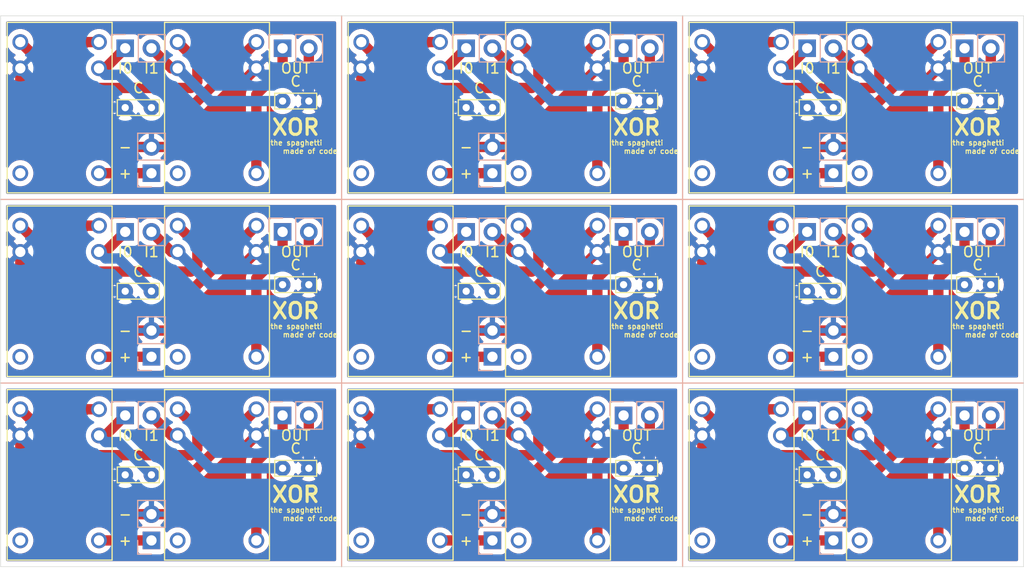
<source format=kicad_pcb>
(kicad_pcb (version 20171130) (host pcbnew "(5.1.6)-1")
  (layers (0 F.Cu signal) (31 B.Cu signal) (34 B.Paste user) (35 F.Paste user) (36 B.SilkS user) (37 F.SilkS user) (38 B.Mask user) (39 F.Mask user) (44 Edge.Cuts user))
  (net 0 "")
  (net 1 "Net-(C1-Pad2)")
  (net 2 GND)
  (net 3 "Net-(C2-Pad1)")
  (net 4 +24V)
  (net 5 "Net-(J3-Pad1)")
  (net 6 "Net-(SPDT1-Pad5)")
  (net 7 "Net-(SPDT1-Pad2)")
  (net 8 "Net-(SPDT1-Pad1)")
  (net 9 "Net-(SPDT2-Pad5)")
  (module MiyakeFootprintLib:Condensor (layer F.Cu) (at 136.525 83.82)
    (fp_text reference C1)
    (fp_text value C)
    (pad 1 thru_hole circle (at 0 0) (size 1.524 1.524) (drill 0.7) (layers *.Cu *.Mask) (net 2 GND))
    (pad 2 thru_hole circle (at 2.54 0) (size 1.524 1.524) (drill 0.7) (layers *.Cu *.Mask) (net 1 "Net-(C1-Pad2)"))
  )
  (module MiyakeFootprintLib:Condensor (layer F.Cu) (at 103.505 83.82)
    (fp_text reference C1)
    (fp_text value C)
    (pad 1 thru_hole circle (at 0 0) (size 1.524 1.524) (drill 0.7) (layers *.Cu *.Mask) (net 2 GND))
    (pad 2 thru_hole circle (at 2.54 0) (size 1.524 1.524) (drill 0.7) (layers *.Cu *.Mask) (net 1 "Net-(C1-Pad2)"))
  )
  (module MiyakeFootprintLib:Condensor (layer F.Cu) (at 70.485 83.82)
    (fp_text reference C1)
    (fp_text value C)
    (pad 1 thru_hole circle (at 0 0) (size 1.524 1.524) (drill 0.7) (layers *.Cu *.Mask) (net 2 GND))
    (pad 2 thru_hole circle (at 2.54 0) (size 1.524 1.524) (drill 0.7) (layers *.Cu *.Mask) (net 1 "Net-(C1-Pad2)"))
  )
  (module MiyakeFootprintLib:Condensor (layer F.Cu) (at 136.525 66.04)
    (fp_text reference C1)
    (fp_text value C)
    (pad 1 thru_hole circle (at 0 0) (size 1.524 1.524) (drill 0.7) (layers *.Cu *.Mask) (net 2 GND))
    (pad 2 thru_hole circle (at 2.54 0) (size 1.524 1.524) (drill 0.7) (layers *.Cu *.Mask) (net 1 "Net-(C1-Pad2)"))
  )
  (module MiyakeFootprintLib:Condensor (layer F.Cu) (at 103.505 66.04)
    (fp_text reference C1)
    (fp_text value C)
    (pad 1 thru_hole circle (at 0 0) (size 1.524 1.524) (drill 0.7) (layers *.Cu *.Mask) (net 2 GND))
    (pad 2 thru_hole circle (at 2.54 0) (size 1.524 1.524) (drill 0.7) (layers *.Cu *.Mask) (net 1 "Net-(C1-Pad2)"))
  )
  (module MiyakeFootprintLib:Condensor (layer F.Cu) (at 70.485 66.04)
    (fp_text reference C1)
    (fp_text value C)
    (pad 1 thru_hole circle (at 0 0) (size 1.524 1.524) (drill 0.7) (layers *.Cu *.Mask) (net 2 GND))
    (pad 2 thru_hole circle (at 2.54 0) (size 1.524 1.524) (drill 0.7) (layers *.Cu *.Mask) (net 1 "Net-(C1-Pad2)"))
  )
  (module MiyakeFootprintLib:Condensor (layer F.Cu) (at 136.525 48.26)
    (fp_text reference C1)
    (fp_text value C)
    (pad 1 thru_hole circle (at 0 0) (size 1.524 1.524) (drill 0.7) (layers *.Cu *.Mask) (net 2 GND))
    (pad 2 thru_hole circle (at 2.54 0) (size 1.524 1.524) (drill 0.7) (layers *.Cu *.Mask) (net 1 "Net-(C1-Pad2)"))
  )
  (module MiyakeFootprintLib:Condensor (layer F.Cu) (at 103.505 48.26)
    (fp_text reference C1)
    (fp_text value C)
    (pad 1 thru_hole circle (at 0 0) (size 1.524 1.524) (drill 0.7) (layers *.Cu *.Mask) (net 2 GND))
    (pad 2 thru_hole circle (at 2.54 0) (size 1.524 1.524) (drill 0.7) (layers *.Cu *.Mask) (net 1 "Net-(C1-Pad2)"))
  )
  (module MiyakeFootprintLib:946H-1C-24D (layer F.Cu) (at 131.445 82.55)
    (fp_text reference SPDT1)
    (fp_text value 946H-1C-24D)
    (pad 1 thru_hole circle (at -5.08 -5.08) (size 1.524 1.524) (drill 1) (layers *.Cu *.Mask) (net 8 "Net-(SPDT1-Pad1)"))
    (pad 2 thru_hole circle (at 2.54 -5.08) (size 1.524 1.524) (drill 1) (layers *.Cu *.Mask) (net 7 "Net-(SPDT1-Pad2)"))
    (pad 3 thru_hole circle (at 2.54 -2.54) (size 1.524 1.524) (drill 1) (layers *.Cu *.Mask) (net 1 "Net-(C1-Pad2)"))
    (pad 4 thru_hole circle (at -5.08 -2.54) (size 1.524 1.524) (drill 1) (layers *.Cu *.Mask) (net 2 GND))
    (pad 5 thru_hole circle (at -5.08 7.62) (size 1.524 1.524) (drill 1) (layers *.Cu *.Mask) (net 6 "Net-(SPDT1-Pad5)"))
    (pad 6 thru_hole circle (at 2.54 7.62) (size 1.524 1.524) (drill 1) (layers *.Cu *.Mask) (net 4 +24V))
  )
  (module MiyakeFootprintLib:946H-1C-24D (layer F.Cu) (at 98.425 82.55)
    (fp_text reference SPDT1)
    (fp_text value 946H-1C-24D)
    (pad 1 thru_hole circle (at -5.08 -5.08) (size 1.524 1.524) (drill 1) (layers *.Cu *.Mask) (net 8 "Net-(SPDT1-Pad1)"))
    (pad 2 thru_hole circle (at 2.54 -5.08) (size 1.524 1.524) (drill 1) (layers *.Cu *.Mask) (net 7 "Net-(SPDT1-Pad2)"))
    (pad 3 thru_hole circle (at 2.54 -2.54) (size 1.524 1.524) (drill 1) (layers *.Cu *.Mask) (net 1 "Net-(C1-Pad2)"))
    (pad 4 thru_hole circle (at -5.08 -2.54) (size 1.524 1.524) (drill 1) (layers *.Cu *.Mask) (net 2 GND))
    (pad 5 thru_hole circle (at -5.08 7.62) (size 1.524 1.524) (drill 1) (layers *.Cu *.Mask) (net 6 "Net-(SPDT1-Pad5)"))
    (pad 6 thru_hole circle (at 2.54 7.62) (size 1.524 1.524) (drill 1) (layers *.Cu *.Mask) (net 4 +24V))
  )
  (module MiyakeFootprintLib:946H-1C-24D (layer F.Cu) (at 65.405 82.55)
    (fp_text reference SPDT1)
    (fp_text value 946H-1C-24D)
    (pad 1 thru_hole circle (at -5.08 -5.08) (size 1.524 1.524) (drill 1) (layers *.Cu *.Mask) (net 8 "Net-(SPDT1-Pad1)"))
    (pad 2 thru_hole circle (at 2.54 -5.08) (size 1.524 1.524) (drill 1) (layers *.Cu *.Mask) (net 7 "Net-(SPDT1-Pad2)"))
    (pad 3 thru_hole circle (at 2.54 -2.54) (size 1.524 1.524) (drill 1) (layers *.Cu *.Mask) (net 1 "Net-(C1-Pad2)"))
    (pad 4 thru_hole circle (at -5.08 -2.54) (size 1.524 1.524) (drill 1) (layers *.Cu *.Mask) (net 2 GND))
    (pad 5 thru_hole circle (at -5.08 7.62) (size 1.524 1.524) (drill 1) (layers *.Cu *.Mask) (net 6 "Net-(SPDT1-Pad5)"))
    (pad 6 thru_hole circle (at 2.54 7.62) (size 1.524 1.524) (drill 1) (layers *.Cu *.Mask) (net 4 +24V))
  )
  (module MiyakeFootprintLib:946H-1C-24D (layer F.Cu) (at 131.445 64.77)
    (fp_text reference SPDT1)
    (fp_text value 946H-1C-24D)
    (pad 1 thru_hole circle (at -5.08 -5.08) (size 1.524 1.524) (drill 1) (layers *.Cu *.Mask) (net 8 "Net-(SPDT1-Pad1)"))
    (pad 2 thru_hole circle (at 2.54 -5.08) (size 1.524 1.524) (drill 1) (layers *.Cu *.Mask) (net 7 "Net-(SPDT1-Pad2)"))
    (pad 3 thru_hole circle (at 2.54 -2.54) (size 1.524 1.524) (drill 1) (layers *.Cu *.Mask) (net 1 "Net-(C1-Pad2)"))
    (pad 4 thru_hole circle (at -5.08 -2.54) (size 1.524 1.524) (drill 1) (layers *.Cu *.Mask) (net 2 GND))
    (pad 5 thru_hole circle (at -5.08 7.62) (size 1.524 1.524) (drill 1) (layers *.Cu *.Mask) (net 6 "Net-(SPDT1-Pad5)"))
    (pad 6 thru_hole circle (at 2.54 7.62) (size 1.524 1.524) (drill 1) (layers *.Cu *.Mask) (net 4 +24V))
  )
  (module MiyakeFootprintLib:946H-1C-24D (layer F.Cu) (at 98.425 64.77)
    (fp_text reference SPDT1)
    (fp_text value 946H-1C-24D)
    (pad 1 thru_hole circle (at -5.08 -5.08) (size 1.524 1.524) (drill 1) (layers *.Cu *.Mask) (net 8 "Net-(SPDT1-Pad1)"))
    (pad 2 thru_hole circle (at 2.54 -5.08) (size 1.524 1.524) (drill 1) (layers *.Cu *.Mask) (net 7 "Net-(SPDT1-Pad2)"))
    (pad 3 thru_hole circle (at 2.54 -2.54) (size 1.524 1.524) (drill 1) (layers *.Cu *.Mask) (net 1 "Net-(C1-Pad2)"))
    (pad 4 thru_hole circle (at -5.08 -2.54) (size 1.524 1.524) (drill 1) (layers *.Cu *.Mask) (net 2 GND))
    (pad 5 thru_hole circle (at -5.08 7.62) (size 1.524 1.524) (drill 1) (layers *.Cu *.Mask) (net 6 "Net-(SPDT1-Pad5)"))
    (pad 6 thru_hole circle (at 2.54 7.62) (size 1.524 1.524) (drill 1) (layers *.Cu *.Mask) (net 4 +24V))
  )
  (module MiyakeFootprintLib:946H-1C-24D (layer F.Cu) (at 65.405 64.77)
    (fp_text reference SPDT1)
    (fp_text value 946H-1C-24D)
    (pad 1 thru_hole circle (at -5.08 -5.08) (size 1.524 1.524) (drill 1) (layers *.Cu *.Mask) (net 8 "Net-(SPDT1-Pad1)"))
    (pad 2 thru_hole circle (at 2.54 -5.08) (size 1.524 1.524) (drill 1) (layers *.Cu *.Mask) (net 7 "Net-(SPDT1-Pad2)"))
    (pad 3 thru_hole circle (at 2.54 -2.54) (size 1.524 1.524) (drill 1) (layers *.Cu *.Mask) (net 1 "Net-(C1-Pad2)"))
    (pad 4 thru_hole circle (at -5.08 -2.54) (size 1.524 1.524) (drill 1) (layers *.Cu *.Mask) (net 2 GND))
    (pad 5 thru_hole circle (at -5.08 7.62) (size 1.524 1.524) (drill 1) (layers *.Cu *.Mask) (net 6 "Net-(SPDT1-Pad5)"))
    (pad 6 thru_hole circle (at 2.54 7.62) (size 1.524 1.524) (drill 1) (layers *.Cu *.Mask) (net 4 +24V))
  )
  (module MiyakeFootprintLib:946H-1C-24D (layer F.Cu) (at 131.445 46.99)
    (fp_text reference SPDT1)
    (fp_text value 946H-1C-24D)
    (pad 1 thru_hole circle (at -5.08 -5.08) (size 1.524 1.524) (drill 1) (layers *.Cu *.Mask) (net 8 "Net-(SPDT1-Pad1)"))
    (pad 2 thru_hole circle (at 2.54 -5.08) (size 1.524 1.524) (drill 1) (layers *.Cu *.Mask) (net 7 "Net-(SPDT1-Pad2)"))
    (pad 3 thru_hole circle (at 2.54 -2.54) (size 1.524 1.524) (drill 1) (layers *.Cu *.Mask) (net 1 "Net-(C1-Pad2)"))
    (pad 4 thru_hole circle (at -5.08 -2.54) (size 1.524 1.524) (drill 1) (layers *.Cu *.Mask) (net 2 GND))
    (pad 5 thru_hole circle (at -5.08 7.62) (size 1.524 1.524) (drill 1) (layers *.Cu *.Mask) (net 6 "Net-(SPDT1-Pad5)"))
    (pad 6 thru_hole circle (at 2.54 7.62) (size 1.524 1.524) (drill 1) (layers *.Cu *.Mask) (net 4 +24V))
  )
  (module MiyakeFootprintLib:946H-1C-24D (layer F.Cu) (at 98.425 46.99)
    (fp_text reference SPDT1)
    (fp_text value 946H-1C-24D)
    (pad 1 thru_hole circle (at -5.08 -5.08) (size 1.524 1.524) (drill 1) (layers *.Cu *.Mask) (net 8 "Net-(SPDT1-Pad1)"))
    (pad 2 thru_hole circle (at 2.54 -5.08) (size 1.524 1.524) (drill 1) (layers *.Cu *.Mask) (net 7 "Net-(SPDT1-Pad2)"))
    (pad 3 thru_hole circle (at 2.54 -2.54) (size 1.524 1.524) (drill 1) (layers *.Cu *.Mask) (net 1 "Net-(C1-Pad2)"))
    (pad 4 thru_hole circle (at -5.08 -2.54) (size 1.524 1.524) (drill 1) (layers *.Cu *.Mask) (net 2 GND))
    (pad 5 thru_hole circle (at -5.08 7.62) (size 1.524 1.524) (drill 1) (layers *.Cu *.Mask) (net 6 "Net-(SPDT1-Pad5)"))
    (pad 6 thru_hole circle (at 2.54 7.62) (size 1.524 1.524) (drill 1) (layers *.Cu *.Mask) (net 4 +24V))
  )
  (module MiyakeFootprintLib:946H-1C-24D (layer F.Cu) (at 146.685 82.55)
    (fp_text reference SPDT2)
    (fp_text value 946H-1C-24D)
    (pad 6 thru_hole circle (at 2.54 7.62) (size 1.524 1.524) (drill 1) (layers *.Cu *.Mask) (net 5 "Net-(J3-Pad1)"))
    (pad 5 thru_hole circle (at -5.08 7.62) (size 1.524 1.524) (drill 1) (layers *.Cu *.Mask) (net 9 "Net-(SPDT2-Pad5)"))
    (pad 4 thru_hole circle (at -5.08 -2.54) (size 1.524 1.524) (drill 1) (layers *.Cu *.Mask) (net 3 "Net-(C2-Pad1)"))
    (pad 3 thru_hole circle (at 2.54 -2.54) (size 1.524 1.524) (drill 1) (layers *.Cu *.Mask) (net 2 GND))
    (pad 2 thru_hole circle (at 2.54 -5.08) (size 1.524 1.524) (drill 1) (layers *.Cu *.Mask) (net 8 "Net-(SPDT1-Pad1)"))
    (pad 1 thru_hole circle (at -5.08 -5.08) (size 1.524 1.524) (drill 1) (layers *.Cu *.Mask) (net 7 "Net-(SPDT1-Pad2)"))
  )
  (module MiyakeFootprintLib:946H-1C-24D (layer F.Cu) (at 113.665 82.55)
    (fp_text reference SPDT2)
    (fp_text value 946H-1C-24D)
    (pad 6 thru_hole circle (at 2.54 7.62) (size 1.524 1.524) (drill 1) (layers *.Cu *.Mask) (net 5 "Net-(J3-Pad1)"))
    (pad 5 thru_hole circle (at -5.08 7.62) (size 1.524 1.524) (drill 1) (layers *.Cu *.Mask) (net 9 "Net-(SPDT2-Pad5)"))
    (pad 4 thru_hole circle (at -5.08 -2.54) (size 1.524 1.524) (drill 1) (layers *.Cu *.Mask) (net 3 "Net-(C2-Pad1)"))
    (pad 3 thru_hole circle (at 2.54 -2.54) (size 1.524 1.524) (drill 1) (layers *.Cu *.Mask) (net 2 GND))
    (pad 2 thru_hole circle (at 2.54 -5.08) (size 1.524 1.524) (drill 1) (layers *.Cu *.Mask) (net 8 "Net-(SPDT1-Pad1)"))
    (pad 1 thru_hole circle (at -5.08 -5.08) (size 1.524 1.524) (drill 1) (layers *.Cu *.Mask) (net 7 "Net-(SPDT1-Pad2)"))
  )
  (module MiyakeFootprintLib:946H-1C-24D (layer F.Cu) (at 80.645 82.55)
    (fp_text reference SPDT2)
    (fp_text value 946H-1C-24D)
    (pad 6 thru_hole circle (at 2.54 7.62) (size 1.524 1.524) (drill 1) (layers *.Cu *.Mask) (net 5 "Net-(J3-Pad1)"))
    (pad 5 thru_hole circle (at -5.08 7.62) (size 1.524 1.524) (drill 1) (layers *.Cu *.Mask) (net 9 "Net-(SPDT2-Pad5)"))
    (pad 4 thru_hole circle (at -5.08 -2.54) (size 1.524 1.524) (drill 1) (layers *.Cu *.Mask) (net 3 "Net-(C2-Pad1)"))
    (pad 3 thru_hole circle (at 2.54 -2.54) (size 1.524 1.524) (drill 1) (layers *.Cu *.Mask) (net 2 GND))
    (pad 2 thru_hole circle (at 2.54 -5.08) (size 1.524 1.524) (drill 1) (layers *.Cu *.Mask) (net 8 "Net-(SPDT1-Pad1)"))
    (pad 1 thru_hole circle (at -5.08 -5.08) (size 1.524 1.524) (drill 1) (layers *.Cu *.Mask) (net 7 "Net-(SPDT1-Pad2)"))
  )
  (module MiyakeFootprintLib:946H-1C-24D (layer F.Cu) (at 146.685 64.77)
    (fp_text reference SPDT2)
    (fp_text value 946H-1C-24D)
    (pad 6 thru_hole circle (at 2.54 7.62) (size 1.524 1.524) (drill 1) (layers *.Cu *.Mask) (net 5 "Net-(J3-Pad1)"))
    (pad 5 thru_hole circle (at -5.08 7.62) (size 1.524 1.524) (drill 1) (layers *.Cu *.Mask) (net 9 "Net-(SPDT2-Pad5)"))
    (pad 4 thru_hole circle (at -5.08 -2.54) (size 1.524 1.524) (drill 1) (layers *.Cu *.Mask) (net 3 "Net-(C2-Pad1)"))
    (pad 3 thru_hole circle (at 2.54 -2.54) (size 1.524 1.524) (drill 1) (layers *.Cu *.Mask) (net 2 GND))
    (pad 2 thru_hole circle (at 2.54 -5.08) (size 1.524 1.524) (drill 1) (layers *.Cu *.Mask) (net 8 "Net-(SPDT1-Pad1)"))
    (pad 1 thru_hole circle (at -5.08 -5.08) (size 1.524 1.524) (drill 1) (layers *.Cu *.Mask) (net 7 "Net-(SPDT1-Pad2)"))
  )
  (module MiyakeFootprintLib:946H-1C-24D (layer F.Cu) (at 113.665 64.77)
    (fp_text reference SPDT2)
    (fp_text value 946H-1C-24D)
    (pad 6 thru_hole circle (at 2.54 7.62) (size 1.524 1.524) (drill 1) (layers *.Cu *.Mask) (net 5 "Net-(J3-Pad1)"))
    (pad 5 thru_hole circle (at -5.08 7.62) (size 1.524 1.524) (drill 1) (layers *.Cu *.Mask) (net 9 "Net-(SPDT2-Pad5)"))
    (pad 4 thru_hole circle (at -5.08 -2.54) (size 1.524 1.524) (drill 1) (layers *.Cu *.Mask) (net 3 "Net-(C2-Pad1)"))
    (pad 3 thru_hole circle (at 2.54 -2.54) (size 1.524 1.524) (drill 1) (layers *.Cu *.Mask) (net 2 GND))
    (pad 2 thru_hole circle (at 2.54 -5.08) (size 1.524 1.524) (drill 1) (layers *.Cu *.Mask) (net 8 "Net-(SPDT1-Pad1)"))
    (pad 1 thru_hole circle (at -5.08 -5.08) (size 1.524 1.524) (drill 1) (layers *.Cu *.Mask) (net 7 "Net-(SPDT1-Pad2)"))
  )
  (module MiyakeFootprintLib:946H-1C-24D (layer F.Cu) (at 80.645 64.77)
    (fp_text reference SPDT2)
    (fp_text value 946H-1C-24D)
    (pad 6 thru_hole circle (at 2.54 7.62) (size 1.524 1.524) (drill 1) (layers *.Cu *.Mask) (net 5 "Net-(J3-Pad1)"))
    (pad 5 thru_hole circle (at -5.08 7.62) (size 1.524 1.524) (drill 1) (layers *.Cu *.Mask) (net 9 "Net-(SPDT2-Pad5)"))
    (pad 4 thru_hole circle (at -5.08 -2.54) (size 1.524 1.524) (drill 1) (layers *.Cu *.Mask) (net 3 "Net-(C2-Pad1)"))
    (pad 3 thru_hole circle (at 2.54 -2.54) (size 1.524 1.524) (drill 1) (layers *.Cu *.Mask) (net 2 GND))
    (pad 2 thru_hole circle (at 2.54 -5.08) (size 1.524 1.524) (drill 1) (layers *.Cu *.Mask) (net 8 "Net-(SPDT1-Pad1)"))
    (pad 1 thru_hole circle (at -5.08 -5.08) (size 1.524 1.524) (drill 1) (layers *.Cu *.Mask) (net 7 "Net-(SPDT1-Pad2)"))
  )
  (module MiyakeFootprintLib:946H-1C-24D (layer F.Cu) (at 146.685 46.99)
    (fp_text reference SPDT2)
    (fp_text value 946H-1C-24D)
    (pad 6 thru_hole circle (at 2.54 7.62) (size 1.524 1.524) (drill 1) (layers *.Cu *.Mask) (net 5 "Net-(J3-Pad1)"))
    (pad 5 thru_hole circle (at -5.08 7.62) (size 1.524 1.524) (drill 1) (layers *.Cu *.Mask) (net 9 "Net-(SPDT2-Pad5)"))
    (pad 4 thru_hole circle (at -5.08 -2.54) (size 1.524 1.524) (drill 1) (layers *.Cu *.Mask) (net 3 "Net-(C2-Pad1)"))
    (pad 3 thru_hole circle (at 2.54 -2.54) (size 1.524 1.524) (drill 1) (layers *.Cu *.Mask) (net 2 GND))
    (pad 2 thru_hole circle (at 2.54 -5.08) (size 1.524 1.524) (drill 1) (layers *.Cu *.Mask) (net 8 "Net-(SPDT1-Pad1)"))
    (pad 1 thru_hole circle (at -5.08 -5.08) (size 1.524 1.524) (drill 1) (layers *.Cu *.Mask) (net 7 "Net-(SPDT1-Pad2)"))
  )
  (module MiyakeFootprintLib:946H-1C-24D (layer F.Cu) (at 113.665 46.99)
    (fp_text reference SPDT2)
    (fp_text value 946H-1C-24D)
    (pad 6 thru_hole circle (at 2.54 7.62) (size 1.524 1.524) (drill 1) (layers *.Cu *.Mask) (net 5 "Net-(J3-Pad1)"))
    (pad 5 thru_hole circle (at -5.08 7.62) (size 1.524 1.524) (drill 1) (layers *.Cu *.Mask) (net 9 "Net-(SPDT2-Pad5)"))
    (pad 4 thru_hole circle (at -5.08 -2.54) (size 1.524 1.524) (drill 1) (layers *.Cu *.Mask) (net 3 "Net-(C2-Pad1)"))
    (pad 3 thru_hole circle (at 2.54 -2.54) (size 1.524 1.524) (drill 1) (layers *.Cu *.Mask) (net 2 GND))
    (pad 2 thru_hole circle (at 2.54 -5.08) (size 1.524 1.524) (drill 1) (layers *.Cu *.Mask) (net 8 "Net-(SPDT1-Pad1)"))
    (pad 1 thru_hole circle (at -5.08 -5.08) (size 1.524 1.524) (drill 1) (layers *.Cu *.Mask) (net 7 "Net-(SPDT1-Pad2)"))
  )
  (module Connector_PinHeader_2.54mm:PinHeader_1x02_P2.54mm_Vertical (layer B.Cu) (at 136.525 78.07 270)
    (fp_text reference J1)
    (fp_text value Conn_01x02)
    (pad 2 thru_hole oval (at 0 -2.54 270) (size 1.7 1.7) (drill 1) (layers *.Cu *.Mask) (net 3 "Net-(C2-Pad1)"))
    (pad 1 thru_hole rect (at 0 0 270) (size 1.7 1.7) (drill 1) (layers *.Cu *.Mask) (net 1 "Net-(C1-Pad2)"))
  )
  (module Connector_PinHeader_2.54mm:PinHeader_1x02_P2.54mm_Vertical (layer B.Cu) (at 103.505 78.07 270)
    (fp_text reference J1)
    (fp_text value Conn_01x02)
    (pad 2 thru_hole oval (at 0 -2.54 270) (size 1.7 1.7) (drill 1) (layers *.Cu *.Mask) (net 3 "Net-(C2-Pad1)"))
    (pad 1 thru_hole rect (at 0 0 270) (size 1.7 1.7) (drill 1) (layers *.Cu *.Mask) (net 1 "Net-(C1-Pad2)"))
  )
  (module Connector_PinHeader_2.54mm:PinHeader_1x02_P2.54mm_Vertical (layer B.Cu) (at 70.485 78.07 270)
    (fp_text reference J1)
    (fp_text value Conn_01x02)
    (pad 2 thru_hole oval (at 0 -2.54 270) (size 1.7 1.7) (drill 1) (layers *.Cu *.Mask) (net 3 "Net-(C2-Pad1)"))
    (pad 1 thru_hole rect (at 0 0 270) (size 1.7 1.7) (drill 1) (layers *.Cu *.Mask) (net 1 "Net-(C1-Pad2)"))
  )
  (module Connector_PinHeader_2.54mm:PinHeader_1x02_P2.54mm_Vertical (layer B.Cu) (at 136.525 60.29 270)
    (fp_text reference J1)
    (fp_text value Conn_01x02)
    (pad 2 thru_hole oval (at 0 -2.54 270) (size 1.7 1.7) (drill 1) (layers *.Cu *.Mask) (net 3 "Net-(C2-Pad1)"))
    (pad 1 thru_hole rect (at 0 0 270) (size 1.7 1.7) (drill 1) (layers *.Cu *.Mask) (net 1 "Net-(C1-Pad2)"))
  )
  (module Connector_PinHeader_2.54mm:PinHeader_1x02_P2.54mm_Vertical (layer B.Cu) (at 103.505 60.29 270)
    (fp_text reference J1)
    (fp_text value Conn_01x02)
    (pad 2 thru_hole oval (at 0 -2.54 270) (size 1.7 1.7) (drill 1) (layers *.Cu *.Mask) (net 3 "Net-(C2-Pad1)"))
    (pad 1 thru_hole rect (at 0 0 270) (size 1.7 1.7) (drill 1) (layers *.Cu *.Mask) (net 1 "Net-(C1-Pad2)"))
  )
  (module Connector_PinHeader_2.54mm:PinHeader_1x02_P2.54mm_Vertical (layer B.Cu) (at 70.485 60.29 270)
    (fp_text reference J1)
    (fp_text value Conn_01x02)
    (pad 2 thru_hole oval (at 0 -2.54 270) (size 1.7 1.7) (drill 1) (layers *.Cu *.Mask) (net 3 "Net-(C2-Pad1)"))
    (pad 1 thru_hole rect (at 0 0 270) (size 1.7 1.7) (drill 1) (layers *.Cu *.Mask) (net 1 "Net-(C1-Pad2)"))
  )
  (module Connector_PinHeader_2.54mm:PinHeader_1x02_P2.54mm_Vertical (layer B.Cu) (at 136.525 42.51 270)
    (fp_text reference J1)
    (fp_text value Conn_01x02)
    (pad 2 thru_hole oval (at 0 -2.54 270) (size 1.7 1.7) (drill 1) (layers *.Cu *.Mask) (net 3 "Net-(C2-Pad1)"))
    (pad 1 thru_hole rect (at 0 0 270) (size 1.7 1.7) (drill 1) (layers *.Cu *.Mask) (net 1 "Net-(C1-Pad2)"))
  )
  (module Connector_PinHeader_2.54mm:PinHeader_1x02_P2.54mm_Vertical (layer B.Cu) (at 103.505 42.51 270)
    (fp_text reference J1)
    (fp_text value Conn_01x02)
    (pad 2 thru_hole oval (at 0 -2.54 270) (size 1.7 1.7) (drill 1) (layers *.Cu *.Mask) (net 3 "Net-(C2-Pad1)"))
    (pad 1 thru_hole rect (at 0 0 270) (size 1.7 1.7) (drill 1) (layers *.Cu *.Mask) (net 1 "Net-(C1-Pad2)"))
  )
  (module Connector_PinHeader_2.54mm:PinHeader_1x02_P2.54mm_Vertical (layer B.Cu) (at 151.765 78.07 270)
    (fp_text reference J3)
    (fp_text value Conn_01x02)
    (pad 2 thru_hole oval (at 0 -2.54 270) (size 1.7 1.7) (drill 1) (layers *.Cu *.Mask) (net 5 "Net-(J3-Pad1)"))
    (pad 1 thru_hole rect (at 0 0 270) (size 1.7 1.7) (drill 1) (layers *.Cu *.Mask) (net 5 "Net-(J3-Pad1)"))
  )
  (module Connector_PinHeader_2.54mm:PinHeader_1x02_P2.54mm_Vertical (layer B.Cu) (at 118.745 78.07 270)
    (fp_text reference J3)
    (fp_text value Conn_01x02)
    (pad 2 thru_hole oval (at 0 -2.54 270) (size 1.7 1.7) (drill 1) (layers *.Cu *.Mask) (net 5 "Net-(J3-Pad1)"))
    (pad 1 thru_hole rect (at 0 0 270) (size 1.7 1.7) (drill 1) (layers *.Cu *.Mask) (net 5 "Net-(J3-Pad1)"))
  )
  (module Connector_PinHeader_2.54mm:PinHeader_1x02_P2.54mm_Vertical (layer B.Cu) (at 85.725 78.07 270)
    (fp_text reference J3)
    (fp_text value Conn_01x02)
    (pad 2 thru_hole oval (at 0 -2.54 270) (size 1.7 1.7) (drill 1) (layers *.Cu *.Mask) (net 5 "Net-(J3-Pad1)"))
    (pad 1 thru_hole rect (at 0 0 270) (size 1.7 1.7) (drill 1) (layers *.Cu *.Mask) (net 5 "Net-(J3-Pad1)"))
  )
  (module Connector_PinHeader_2.54mm:PinHeader_1x02_P2.54mm_Vertical (layer B.Cu) (at 151.765 60.29 270)
    (fp_text reference J3)
    (fp_text value Conn_01x02)
    (pad 2 thru_hole oval (at 0 -2.54 270) (size 1.7 1.7) (drill 1) (layers *.Cu *.Mask) (net 5 "Net-(J3-Pad1)"))
    (pad 1 thru_hole rect (at 0 0 270) (size 1.7 1.7) (drill 1) (layers *.Cu *.Mask) (net 5 "Net-(J3-Pad1)"))
  )
  (module Connector_PinHeader_2.54mm:PinHeader_1x02_P2.54mm_Vertical (layer B.Cu) (at 118.745 60.29 270)
    (fp_text reference J3)
    (fp_text value Conn_01x02)
    (pad 2 thru_hole oval (at 0 -2.54 270) (size 1.7 1.7) (drill 1) (layers *.Cu *.Mask) (net 5 "Net-(J3-Pad1)"))
    (pad 1 thru_hole rect (at 0 0 270) (size 1.7 1.7) (drill 1) (layers *.Cu *.Mask) (net 5 "Net-(J3-Pad1)"))
  )
  (module Connector_PinHeader_2.54mm:PinHeader_1x02_P2.54mm_Vertical (layer B.Cu) (at 85.725 60.29 270)
    (fp_text reference J3)
    (fp_text value Conn_01x02)
    (pad 2 thru_hole oval (at 0 -2.54 270) (size 1.7 1.7) (drill 1) (layers *.Cu *.Mask) (net 5 "Net-(J3-Pad1)"))
    (pad 1 thru_hole rect (at 0 0 270) (size 1.7 1.7) (drill 1) (layers *.Cu *.Mask) (net 5 "Net-(J3-Pad1)"))
  )
  (module Connector_PinHeader_2.54mm:PinHeader_1x02_P2.54mm_Vertical (layer B.Cu) (at 151.765 42.51 270)
    (fp_text reference J3)
    (fp_text value Conn_01x02)
    (pad 2 thru_hole oval (at 0 -2.54 270) (size 1.7 1.7) (drill 1) (layers *.Cu *.Mask) (net 5 "Net-(J3-Pad1)"))
    (pad 1 thru_hole rect (at 0 0 270) (size 1.7 1.7) (drill 1) (layers *.Cu *.Mask) (net 5 "Net-(J3-Pad1)"))
  )
  (module Connector_PinHeader_2.54mm:PinHeader_1x02_P2.54mm_Vertical (layer B.Cu) (at 118.745 42.51 270)
    (fp_text reference J3)
    (fp_text value Conn_01x02)
    (pad 2 thru_hole oval (at 0 -2.54 270) (size 1.7 1.7) (drill 1) (layers *.Cu *.Mask) (net 5 "Net-(J3-Pad1)"))
    (pad 1 thru_hole rect (at 0 0 270) (size 1.7 1.7) (drill 1) (layers *.Cu *.Mask) (net 5 "Net-(J3-Pad1)"))
  )
  (module Connector_PinHeader_2.54mm:PinHeader_1x02_P2.54mm_Vertical (layer B.Cu) (at 139.065 90.17)
    (fp_text reference J2)
    (fp_text value Conn_01x02)
    (pad 1 thru_hole rect (at 0 0) (size 1.7 1.7) (drill 1) (layers *.Cu *.Mask) (net 4 +24V))
    (pad 2 thru_hole oval (at 0 -2.54) (size 1.7 1.7) (drill 1) (layers *.Cu *.Mask) (net 2 GND))
  )
  (module Connector_PinHeader_2.54mm:PinHeader_1x02_P2.54mm_Vertical (layer B.Cu) (at 106.045 90.17)
    (fp_text reference J2)
    (fp_text value Conn_01x02)
    (pad 1 thru_hole rect (at 0 0) (size 1.7 1.7) (drill 1) (layers *.Cu *.Mask) (net 4 +24V))
    (pad 2 thru_hole oval (at 0 -2.54) (size 1.7 1.7) (drill 1) (layers *.Cu *.Mask) (net 2 GND))
  )
  (module Connector_PinHeader_2.54mm:PinHeader_1x02_P2.54mm_Vertical (layer B.Cu) (at 73.025 90.17)
    (fp_text reference J2)
    (fp_text value Conn_01x02)
    (pad 1 thru_hole rect (at 0 0) (size 1.7 1.7) (drill 1) (layers *.Cu *.Mask) (net 4 +24V))
    (pad 2 thru_hole oval (at 0 -2.54) (size 1.7 1.7) (drill 1) (layers *.Cu *.Mask) (net 2 GND))
  )
  (module Connector_PinHeader_2.54mm:PinHeader_1x02_P2.54mm_Vertical (layer B.Cu) (at 139.065 72.39)
    (fp_text reference J2)
    (fp_text value Conn_01x02)
    (pad 1 thru_hole rect (at 0 0) (size 1.7 1.7) (drill 1) (layers *.Cu *.Mask) (net 4 +24V))
    (pad 2 thru_hole oval (at 0 -2.54) (size 1.7 1.7) (drill 1) (layers *.Cu *.Mask) (net 2 GND))
  )
  (module Connector_PinHeader_2.54mm:PinHeader_1x02_P2.54mm_Vertical (layer B.Cu) (at 106.045 72.39)
    (fp_text reference J2)
    (fp_text value Conn_01x02)
    (pad 1 thru_hole rect (at 0 0) (size 1.7 1.7) (drill 1) (layers *.Cu *.Mask) (net 4 +24V))
    (pad 2 thru_hole oval (at 0 -2.54) (size 1.7 1.7) (drill 1) (layers *.Cu *.Mask) (net 2 GND))
  )
  (module Connector_PinHeader_2.54mm:PinHeader_1x02_P2.54mm_Vertical (layer B.Cu) (at 73.025 72.39)
    (fp_text reference J2)
    (fp_text value Conn_01x02)
    (pad 1 thru_hole rect (at 0 0) (size 1.7 1.7) (drill 1) (layers *.Cu *.Mask) (net 4 +24V))
    (pad 2 thru_hole oval (at 0 -2.54) (size 1.7 1.7) (drill 1) (layers *.Cu *.Mask) (net 2 GND))
  )
  (module Connector_PinHeader_2.54mm:PinHeader_1x02_P2.54mm_Vertical (layer B.Cu) (at 139.065 54.61)
    (fp_text reference J2)
    (fp_text value Conn_01x02)
    (pad 1 thru_hole rect (at 0 0) (size 1.7 1.7) (drill 1) (layers *.Cu *.Mask) (net 4 +24V))
    (pad 2 thru_hole oval (at 0 -2.54) (size 1.7 1.7) (drill 1) (layers *.Cu *.Mask) (net 2 GND))
  )
  (module Connector_PinHeader_2.54mm:PinHeader_1x02_P2.54mm_Vertical (layer B.Cu) (at 106.045 54.61)
    (fp_text reference J2)
    (fp_text value Conn_01x02)
    (pad 1 thru_hole rect (at 0 0) (size 1.7 1.7) (drill 1) (layers *.Cu *.Mask) (net 4 +24V))
    (pad 2 thru_hole oval (at 0 -2.54) (size 1.7 1.7) (drill 1) (layers *.Cu *.Mask) (net 2 GND))
  )
  (module MiyakeFootprintLib:Condensor (layer F.Cu) (at 151.765 83.185)
    (fp_text reference C2)
    (fp_text value C)
    (pad 2 thru_hole circle (at 2.54 0) (size 1.524 1.524) (drill 0.7) (layers *.Cu *.Mask) (net 2 GND))
    (pad 1 thru_hole circle (at 0 0) (size 1.524 1.524) (drill 0.7) (layers *.Cu *.Mask) (net 3 "Net-(C2-Pad1)"))
  )
  (module MiyakeFootprintLib:Condensor (layer F.Cu) (at 118.745 83.185)
    (fp_text reference C2)
    (fp_text value C)
    (pad 2 thru_hole circle (at 2.54 0) (size 1.524 1.524) (drill 0.7) (layers *.Cu *.Mask) (net 2 GND))
    (pad 1 thru_hole circle (at 0 0) (size 1.524 1.524) (drill 0.7) (layers *.Cu *.Mask) (net 3 "Net-(C2-Pad1)"))
  )
  (module MiyakeFootprintLib:Condensor (layer F.Cu) (at 85.725 83.185)
    (fp_text reference C2)
    (fp_text value C)
    (pad 2 thru_hole circle (at 2.54 0) (size 1.524 1.524) (drill 0.7) (layers *.Cu *.Mask) (net 2 GND))
    (pad 1 thru_hole circle (at 0 0) (size 1.524 1.524) (drill 0.7) (layers *.Cu *.Mask) (net 3 "Net-(C2-Pad1)"))
  )
  (module MiyakeFootprintLib:Condensor (layer F.Cu) (at 151.765 65.405)
    (fp_text reference C2)
    (fp_text value C)
    (pad 2 thru_hole circle (at 2.54 0) (size 1.524 1.524) (drill 0.7) (layers *.Cu *.Mask) (net 2 GND))
    (pad 1 thru_hole circle (at 0 0) (size 1.524 1.524) (drill 0.7) (layers *.Cu *.Mask) (net 3 "Net-(C2-Pad1)"))
  )
  (module MiyakeFootprintLib:Condensor (layer F.Cu) (at 118.745 65.405)
    (fp_text reference C2)
    (fp_text value C)
    (pad 2 thru_hole circle (at 2.54 0) (size 1.524 1.524) (drill 0.7) (layers *.Cu *.Mask) (net 2 GND))
    (pad 1 thru_hole circle (at 0 0) (size 1.524 1.524) (drill 0.7) (layers *.Cu *.Mask) (net 3 "Net-(C2-Pad1)"))
  )
  (module MiyakeFootprintLib:Condensor (layer F.Cu) (at 85.725 65.405)
    (fp_text reference C2)
    (fp_text value C)
    (pad 2 thru_hole circle (at 2.54 0) (size 1.524 1.524) (drill 0.7) (layers *.Cu *.Mask) (net 2 GND))
    (pad 1 thru_hole circle (at 0 0) (size 1.524 1.524) (drill 0.7) (layers *.Cu *.Mask) (net 3 "Net-(C2-Pad1)"))
  )
  (module MiyakeFootprintLib:Condensor (layer F.Cu) (at 151.765 47.625)
    (fp_text reference C2)
    (fp_text value C)
    (pad 2 thru_hole circle (at 2.54 0) (size 1.524 1.524) (drill 0.7) (layers *.Cu *.Mask) (net 2 GND))
    (pad 1 thru_hole circle (at 0 0) (size 1.524 1.524) (drill 0.7) (layers *.Cu *.Mask) (net 3 "Net-(C2-Pad1)"))
  )
  (module MiyakeFootprintLib:Condensor (layer F.Cu) (at 118.745 47.625)
    (fp_text reference C2)
    (fp_text value C)
    (pad 2 thru_hole circle (at 2.54 0) (size 1.524 1.524) (drill 0.7) (layers *.Cu *.Mask) (net 2 GND))
    (pad 1 thru_hole circle (at 0 0) (size 1.524 1.524) (drill 0.7) (layers *.Cu *.Mask) (net 3 "Net-(C2-Pad1)"))
  )
  (module MiyakeFootprintLib:Condensor (layer F.Cu) (at 70.485 48.26)
    (fp_text reference C1)
    (fp_text value C)
    (pad 2 thru_hole circle (at 2.54 0) (size 1.524 1.524) (drill 0.7) (layers *.Cu *.Mask) (net 1 "Net-(C1-Pad2)"))
    (pad 1 thru_hole circle (at 0 0) (size 1.524 1.524) (drill 0.7) (layers *.Cu *.Mask) (net 2 GND))
  )
  (module MiyakeFootprintLib:Condensor (layer F.Cu) (at 85.725 47.625)
    (fp_text reference C2)
    (fp_text value C)
    (pad 1 thru_hole circle (at 0 0) (size 1.524 1.524) (drill 0.7) (layers *.Cu *.Mask) (net 3 "Net-(C2-Pad1)"))
    (pad 2 thru_hole circle (at 2.54 0) (size 1.524 1.524) (drill 0.7) (layers *.Cu *.Mask) (net 2 GND))
  )
  (module Connector_PinHeader_2.54mm:PinHeader_1x02_P2.54mm_Vertical (layer B.Cu) (at 70.485 42.51 270)
    (fp_text reference J1)
    (fp_text value Conn_01x02)
    (pad 1 thru_hole rect (at 0 0 270) (size 1.7 1.7) (drill 1) (layers *.Cu *.Mask) (net 1 "Net-(C1-Pad2)"))
    (pad 2 thru_hole oval (at 0 -2.54 270) (size 1.7 1.7) (drill 1) (layers *.Cu *.Mask) (net 3 "Net-(C2-Pad1)"))
  )
  (module Connector_PinHeader_2.54mm:PinHeader_1x02_P2.54mm_Vertical (layer B.Cu) (at 73.025 54.61)
    (fp_text reference J2)
    (fp_text value Conn_01x02)
    (pad 2 thru_hole oval (at 0 -2.54) (size 1.7 1.7) (drill 1) (layers *.Cu *.Mask) (net 2 GND))
    (pad 1 thru_hole rect (at 0 0) (size 1.7 1.7) (drill 1) (layers *.Cu *.Mask) (net 4 +24V))
  )
  (module Connector_PinHeader_2.54mm:PinHeader_1x02_P2.54mm_Vertical (layer B.Cu) (at 85.725 42.51 270)
    (fp_text reference J3)
    (fp_text value Conn_01x02)
    (pad 1 thru_hole rect (at 0 0 270) (size 1.7 1.7) (drill 1) (layers *.Cu *.Mask) (net 5 "Net-(J3-Pad1)"))
    (pad 2 thru_hole oval (at 0 -2.54 270) (size 1.7 1.7) (drill 1) (layers *.Cu *.Mask) (net 5 "Net-(J3-Pad1)"))
  )
  (module MiyakeFootprintLib:946H-1C-24D (layer F.Cu) (at 65.405 46.99)
    (fp_text reference SPDT1)
    (fp_text value 946H-1C-24D)
    (pad 6 thru_hole circle (at 2.54 7.62) (size 1.524 1.524) (drill 1) (layers *.Cu *.Mask) (net 4 +24V))
    (pad 5 thru_hole circle (at -5.08 7.62) (size 1.524 1.524) (drill 1) (layers *.Cu *.Mask) (net 6 "Net-(SPDT1-Pad5)"))
    (pad 4 thru_hole circle (at -5.08 -2.54) (size 1.524 1.524) (drill 1) (layers *.Cu *.Mask) (net 2 GND))
    (pad 3 thru_hole circle (at 2.54 -2.54) (size 1.524 1.524) (drill 1) (layers *.Cu *.Mask) (net 1 "Net-(C1-Pad2)"))
    (pad 2 thru_hole circle (at 2.54 -5.08) (size 1.524 1.524) (drill 1) (layers *.Cu *.Mask) (net 7 "Net-(SPDT1-Pad2)"))
    (pad 1 thru_hole circle (at -5.08 -5.08) (size 1.524 1.524) (drill 1) (layers *.Cu *.Mask) (net 8 "Net-(SPDT1-Pad1)"))
  )
  (module MiyakeFootprintLib:946H-1C-24D (layer F.Cu) (at 80.645 46.99)
    (fp_text reference SPDT2)
    (fp_text value 946H-1C-24D)
    (pad 1 thru_hole circle (at -5.08 -5.08) (size 1.524 1.524) (drill 1) (layers *.Cu *.Mask) (net 7 "Net-(SPDT1-Pad2)"))
    (pad 2 thru_hole circle (at 2.54 -5.08) (size 1.524 1.524) (drill 1) (layers *.Cu *.Mask) (net 8 "Net-(SPDT1-Pad1)"))
    (pad 3 thru_hole circle (at 2.54 -2.54) (size 1.524 1.524) (drill 1) (layers *.Cu *.Mask) (net 2 GND))
    (pad 4 thru_hole circle (at -5.08 -2.54) (size 1.524 1.524) (drill 1) (layers *.Cu *.Mask) (net 3 "Net-(C2-Pad1)"))
    (pad 5 thru_hole circle (at -5.08 7.62) (size 1.524 1.524) (drill 1) (layers *.Cu *.Mask) (net 9 "Net-(SPDT2-Pad5)"))
    (pad 6 thru_hole circle (at 2.54 7.62) (size 1.524 1.524) (drill 1) (layers *.Cu *.Mask) (net 5 "Net-(J3-Pad1)"))
  )
  (gr_line (start 58.42 74.93) (end 157.48 74.93) (layer B.SilkS) (width 0.12))
  (gr_line (start 157.48 57.15) (end 58.42 57.15) (layer B.SilkS) (width 0.12))
  (gr_line (start 124.46 92.71) (end 124.46 39.37) (layer B.SilkS) (width 0.12))
  (gr_line (start 91.44 39.37) (end 91.44 92.71) (layer B.SilkS) (width 0.12))
  (gr_line (start 157.48 74.93) (end 157.48 92.71) (layer Edge.Cuts) (width 0.05))
  (gr_line (start 157.48 57.15) (end 157.48 74.93) (layer Edge.Cuts) (width 0.05))
  (gr_line (start 157.48 39.37) (end 157.48 57.15) (layer Edge.Cuts) (width 0.05))
  (gr_line (start 58.42 92.71) (end 58.42 74.93) (layer Edge.Cuts) (width 0.05))
  (gr_line (start 58.42 74.93) (end 58.42 57.15) (layer Edge.Cuts) (width 0.05))
  (gr_line (start 124.46 39.37) (end 157.48 39.37) (layer Edge.Cuts) (width 0.05))
  (gr_line (start 91.44 39.37) (end 124.46 39.37) (layer Edge.Cuts) (width 0.05))
  (gr_line (start 157.48 92.71) (end 124.46 92.71) (layer Edge.Cuts) (width 0.05))
  (gr_line (start 124.46 92.71) (end 91.44 92.71) (layer Edge.Cuts) (width 0.05))
  (gr_line (start 91.44 92.71) (end 58.42 92.71) (layer Edge.Cuts) (width 0.05))
  (gr_text I1 (at 139.065 80.01) (layer F.SilkS) (effects (font (size 1 1))))
  (gr_text I1 (at 106.045 80.01) (layer F.SilkS) (effects (font (size 1 1))))
  (gr_text I1 (at 73.025 80.01) (layer F.SilkS) (effects (font (size 1 1))))
  (gr_text I1 (at 139.065 62.23) (layer F.SilkS) (effects (font (size 1 1))))
  (gr_text I1 (at 106.045 62.23) (layer F.SilkS) (effects (font (size 1 1))))
  (gr_text I1 (at 73.025 62.23) (layer F.SilkS) (effects (font (size 1 1))))
  (gr_text I1 (at 139.065 44.45) (layer F.SilkS) (effects (font (size 1 1))))
  (gr_text I1 (at 106.045 44.45) (layer F.SilkS) (effects (font (size 1 1))))
  (gr_text XOR (at 153.035 85.725) (layer F.SilkS) (effects (font (size 1.5 1.5) (thickness 0.3))))
  (gr_text XOR (at 120.015 85.725) (layer F.SilkS) (effects (font (size 1.5 1.5) (thickness 0.3))))
  (gr_text XOR (at 86.995 85.725) (layer F.SilkS) (effects (font (size 1.5 1.5) (thickness 0.3))))
  (gr_text XOR (at 153.035 67.945) (layer F.SilkS) (effects (font (size 1.5 1.5) (thickness 0.3))))
  (gr_text XOR (at 120.015 67.945) (layer F.SilkS) (effects (font (size 1.5 1.5) (thickness 0.3))))
  (gr_text XOR (at 86.995 67.945) (layer F.SilkS) (effects (font (size 1.5 1.5) (thickness 0.3))))
  (gr_text XOR (at 153.035 50.165) (layer F.SilkS) (effects (font (size 1.5 1.5) (thickness 0.3))))
  (gr_text XOR (at 120.015 50.165) (layer F.SilkS) (effects (font (size 1.5 1.5) (thickness 0.3))))
  (gr_text C (at 153.035 81.28) (layer F.SilkS) (effects (font (size 1 1))))
  (gr_text C (at 120.015 81.28) (layer F.SilkS) (effects (font (size 1 1))))
  (gr_text C (at 86.995 81.28) (layer F.SilkS) (effects (font (size 1 1))))
  (gr_text C (at 153.035 63.5) (layer F.SilkS) (effects (font (size 1 1))))
  (gr_text C (at 120.015 63.5) (layer F.SilkS) (effects (font (size 1 1))))
  (gr_text C (at 86.995 63.5) (layer F.SilkS) (effects (font (size 1 1))))
  (gr_text C (at 153.035 45.72) (layer F.SilkS) (effects (font (size 1 1))))
  (gr_text C (at 120.015 45.72) (layer F.SilkS) (effects (font (size 1 1))))
  (gr_text "the spaghetti \n      made of code" (at 153.289 87.63) (layer F.SilkS) (effects (font (size 0.5 0.5) (thickness 0.1))))
  (gr_text "the spaghetti \n      made of code" (at 120.269 87.63) (layer F.SilkS) (effects (font (size 0.5 0.5) (thickness 0.1))))
  (gr_text "the spaghetti \n      made of code" (at 87.249 87.63) (layer F.SilkS) (effects (font (size 0.5 0.5) (thickness 0.1))))
  (gr_text "the spaghetti \n      made of code" (at 153.289 69.85) (layer F.SilkS) (effects (font (size 0.5 0.5) (thickness 0.1))))
  (gr_text "the spaghetti \n      made of code" (at 120.269 69.85) (layer F.SilkS) (effects (font (size 0.5 0.5) (thickness 0.1))))
  (gr_text "the spaghetti \n      made of code" (at 87.249 69.85) (layer F.SilkS) (effects (font (size 0.5 0.5) (thickness 0.1))))
  (gr_text "the spaghetti \n      made of code" (at 153.289 52.07) (layer F.SilkS) (effects (font (size 0.5 0.5) (thickness 0.1))))
  (gr_text "the spaghetti \n      made of code" (at 120.269 52.07) (layer F.SilkS) (effects (font (size 0.5 0.5) (thickness 0.1))))
  (gr_text - (at 136.525 87.63) (layer F.SilkS) (effects (font (size 1 1))))
  (gr_text - (at 103.505 87.63) (layer F.SilkS) (effects (font (size 1 1))))
  (gr_text - (at 70.485 87.63) (layer F.SilkS) (effects (font (size 1 1))))
  (gr_text - (at 136.525 69.85) (layer F.SilkS) (effects (font (size 1 1))))
  (gr_text - (at 103.505 69.85) (layer F.SilkS) (effects (font (size 1 1))))
  (gr_text - (at 70.485 69.85) (layer F.SilkS) (effects (font (size 1 1))))
  (gr_text - (at 136.525 52.07) (layer F.SilkS) (effects (font (size 1 1))))
  (gr_text - (at 103.505 52.07) (layer F.SilkS) (effects (font (size 1 1))))
  (gr_text + (at 136.525 90.17) (layer F.SilkS) (effects (font (size 1 1))))
  (gr_text + (at 103.505 90.17) (layer F.SilkS) (effects (font (size 1 1))))
  (gr_text + (at 70.485 90.17) (layer F.SilkS) (effects (font (size 1 1))))
  (gr_text + (at 136.525 72.39) (layer F.SilkS) (effects (font (size 1 1))))
  (gr_text + (at 103.505 72.39) (layer F.SilkS) (effects (font (size 1 1))))
  (gr_text + (at 70.485 72.39) (layer F.SilkS) (effects (font (size 1 1))))
  (gr_text + (at 136.525 54.61) (layer F.SilkS) (effects (font (size 1 1))))
  (gr_text + (at 103.505 54.61) (layer F.SilkS) (effects (font (size 1 1))))
  (gr_text C (at 137.795 81.915) (layer F.SilkS) (effects (font (size 1 1))))
  (gr_text C (at 104.775 81.915) (layer F.SilkS) (effects (font (size 1 1))))
  (gr_text C (at 71.755 81.915) (layer F.SilkS) (effects (font (size 1 1))))
  (gr_text C (at 137.795 64.135) (layer F.SilkS) (effects (font (size 1 1))))
  (gr_text C (at 104.775 64.135) (layer F.SilkS) (effects (font (size 1 1))))
  (gr_text C (at 71.755 64.135) (layer F.SilkS) (effects (font (size 1 1))))
  (gr_text C (at 137.795 46.355) (layer F.SilkS) (effects (font (size 1 1))))
  (gr_text C (at 104.775 46.355) (layer F.SilkS) (effects (font (size 1 1))))
  (gr_text OUT (at 153.035 80.01) (layer F.SilkS) (effects (font (size 1 1))))
  (gr_text OUT (at 120.015 80.01) (layer F.SilkS) (effects (font (size 1 1))))
  (gr_text OUT (at 86.995 80.01) (layer F.SilkS) (effects (font (size 1 1))))
  (gr_text OUT (at 153.035 62.23) (layer F.SilkS) (effects (font (size 1 1))))
  (gr_text OUT (at 120.015 62.23) (layer F.SilkS) (effects (font (size 1 1))))
  (gr_text OUT (at 86.995 62.23) (layer F.SilkS) (effects (font (size 1 1))))
  (gr_text OUT (at 153.035 44.45) (layer F.SilkS) (effects (font (size 1 1))))
  (gr_text OUT (at 120.015 44.45) (layer F.SilkS) (effects (font (size 1 1))))
  (gr_text I0 (at 136.525 80.01) (layer F.SilkS) (effects (font (size 1 1))))
  (gr_text I0 (at 103.505 80.01) (layer F.SilkS) (effects (font (size 1 1))))
  (gr_text I0 (at 70.485 80.01) (layer F.SilkS) (effects (font (size 1 1))))
  (gr_text I0 (at 136.525 62.23) (layer F.SilkS) (effects (font (size 1 1))))
  (gr_text I0 (at 103.505 62.23) (layer F.SilkS) (effects (font (size 1 1))))
  (gr_text I0 (at 70.485 62.23) (layer F.SilkS) (effects (font (size 1 1))))
  (gr_text I0 (at 136.525 44.45) (layer F.SilkS) (effects (font (size 1 1))))
  (gr_text I0 (at 103.505 44.45) (layer F.SilkS) (effects (font (size 1 1))))
  (gr_line (start 58.42 57.15) (end 58.42 39.37) (layer Edge.Cuts) (width 0.05))
  (gr_line (start 58.42 39.37) (end 91.44 39.37) (layer Edge.Cuts) (width 0.05))
  (gr_text I1 (at 73.025 44.45) (layer F.SilkS) (effects (font (size 1 1))))
  (gr_text I0 (at 70.485 44.45) (layer F.SilkS) (effects (font (size 1 1))))
  (gr_text C (at 86.995 45.72) (layer F.SilkS) (effects (font (size 1 1))))
  (gr_text C (at 71.755 46.355) (layer F.SilkS) (effects (font (size 1 1))))
  (gr_text + (at 70.485 54.61) (layer F.SilkS) (effects (font (size 1 1))))
  (gr_text - (at 70.485 52.07) (layer F.SilkS) (effects (font (size 1 1))))
  (gr_text OUT (at 86.995 44.45) (layer F.SilkS) (effects (font (size 1 1))))
  (gr_text "the spaghetti \n      made of code" (at 87.249 52.07) (layer F.SilkS) (effects (font (size 0.5 0.5) (thickness 0.1))))
  (gr_text XOR (at 86.995 50.165) (layer F.SilkS) (effects (font (size 1.5 1.5) (thickness 0.3))))
  (segment (start 68.545 44.45) (end 70.485 42.51) (width 1) (layer F.Cu) (net 1))
  (segment (start 67.945 44.45) (end 68.545 44.45) (width 1) (layer F.Cu) (net 1))
  (segment (start 73.025 48.26) (end 69.85 45.085) (width 1) (layer B.Cu) (net 1))
  (segment (start 68.58 45.085) (end 67.945 44.45) (width 1) (layer B.Cu) (net 1))
  (segment (start 69.85 45.085) (end 68.58 45.085) (width 1) (layer B.Cu) (net 1))
  (segment (start 100.965 44.45) (end 101.565 44.45) (width 1) (layer F.Cu) (net 1))
  (segment (start 133.985 44.45) (end 134.585 44.45) (width 1) (layer F.Cu) (net 1))
  (segment (start 67.945 62.23) (end 68.545 62.23) (width 1) (layer F.Cu) (net 1))
  (segment (start 100.965 62.23) (end 101.565 62.23) (width 1) (layer F.Cu) (net 1))
  (segment (start 133.985 62.23) (end 134.585 62.23) (width 1) (layer F.Cu) (net 1))
  (segment (start 67.945 80.01) (end 68.545 80.01) (width 1) (layer F.Cu) (net 1))
  (segment (start 100.965 80.01) (end 101.565 80.01) (width 1) (layer F.Cu) (net 1))
  (segment (start 133.985 80.01) (end 134.585 80.01) (width 1) (layer F.Cu) (net 1))
  (segment (start 106.045 48.26) (end 102.87 45.085) (width 1) (layer B.Cu) (net 1))
  (segment (start 139.065 48.26) (end 135.89 45.085) (width 1) (layer B.Cu) (net 1))
  (segment (start 73.025 66.04) (end 69.85 62.865) (width 1) (layer B.Cu) (net 1))
  (segment (start 106.045 66.04) (end 102.87 62.865) (width 1) (layer B.Cu) (net 1))
  (segment (start 139.065 66.04) (end 135.89 62.865) (width 1) (layer B.Cu) (net 1))
  (segment (start 73.025 83.82) (end 69.85 80.645) (width 1) (layer B.Cu) (net 1))
  (segment (start 106.045 83.82) (end 102.87 80.645) (width 1) (layer B.Cu) (net 1))
  (segment (start 139.065 83.82) (end 135.89 80.645) (width 1) (layer B.Cu) (net 1))
  (segment (start 101.6 45.085) (end 100.965 44.45) (width 1) (layer B.Cu) (net 1))
  (segment (start 134.62 45.085) (end 133.985 44.45) (width 1) (layer B.Cu) (net 1))
  (segment (start 68.58 62.865) (end 67.945 62.23) (width 1) (layer B.Cu) (net 1))
  (segment (start 101.6 62.865) (end 100.965 62.23) (width 1) (layer B.Cu) (net 1))
  (segment (start 134.62 62.865) (end 133.985 62.23) (width 1) (layer B.Cu) (net 1))
  (segment (start 68.58 80.645) (end 67.945 80.01) (width 1) (layer B.Cu) (net 1))
  (segment (start 101.6 80.645) (end 100.965 80.01) (width 1) (layer B.Cu) (net 1))
  (segment (start 134.62 80.645) (end 133.985 80.01) (width 1) (layer B.Cu) (net 1))
  (segment (start 101.565 44.45) (end 103.505 42.51) (width 1) (layer F.Cu) (net 1))
  (segment (start 134.585 44.45) (end 136.525 42.51) (width 1) (layer F.Cu) (net 1))
  (segment (start 68.545 62.23) (end 70.485 60.29) (width 1) (layer F.Cu) (net 1))
  (segment (start 101.565 62.23) (end 103.505 60.29) (width 1) (layer F.Cu) (net 1))
  (segment (start 134.585 62.23) (end 136.525 60.29) (width 1) (layer F.Cu) (net 1))
  (segment (start 68.545 80.01) (end 70.485 78.07) (width 1) (layer F.Cu) (net 1))
  (segment (start 101.565 80.01) (end 103.505 78.07) (width 1) (layer F.Cu) (net 1))
  (segment (start 134.585 80.01) (end 136.525 78.07) (width 1) (layer F.Cu) (net 1))
  (segment (start 102.87 45.085) (end 101.6 45.085) (width 1) (layer B.Cu) (net 1))
  (segment (start 135.89 45.085) (end 134.62 45.085) (width 1) (layer B.Cu) (net 1))
  (segment (start 69.85 62.865) (end 68.58 62.865) (width 1) (layer B.Cu) (net 1))
  (segment (start 102.87 62.865) (end 101.6 62.865) (width 1) (layer B.Cu) (net 1))
  (segment (start 135.89 62.865) (end 134.62 62.865) (width 1) (layer B.Cu) (net 1))
  (segment (start 69.85 80.645) (end 68.58 80.645) (width 1) (layer B.Cu) (net 1))
  (segment (start 102.87 80.645) (end 101.6 80.645) (width 1) (layer B.Cu) (net 1))
  (segment (start 135.89 80.645) (end 134.62 80.645) (width 1) (layer B.Cu) (net 1))
  (segment (start 73.025 52.07) (end 65.405 52.07) (width 1) (layer F.Cu) (net 2))
  (segment (start 60.325 46.99) (end 60.325 44.45) (width 1) (layer F.Cu) (net 2))
  (segment (start 65.405 52.07) (end 60.325 46.99) (width 1) (layer F.Cu) (net 2))
  (segment (start 75.565 52.07) (end 83.185 44.45) (width 1) (layer F.Cu) (net 2))
  (segment (start 73.025 52.07) (end 75.565 52.07) (width 1) (layer F.Cu) (net 2))
  (segment (start 64.135 48.26) (end 60.325 44.45) (width 1) (layer B.Cu) (net 2))
  (segment (start 70.485 48.26) (end 64.135 48.26) (width 1) (layer B.Cu) (net 2))
  (segment (start 88.265 47.625) (end 88.265 45.72) (width 1) (layer B.Cu) (net 2))
  (segment (start 88.265 45.72) (end 87.63 45.085) (width 1) (layer B.Cu) (net 2))
  (segment (start 83.82 45.085) (end 83.185 44.45) (width 1) (layer B.Cu) (net 2))
  (segment (start 87.63 45.085) (end 83.82 45.085) (width 1) (layer B.Cu) (net 2))
  (segment (start 97.155 48.26) (end 93.345 44.45) (width 1) (layer B.Cu) (net 2))
  (segment (start 130.175 48.26) (end 126.365 44.45) (width 1) (layer B.Cu) (net 2))
  (segment (start 64.135 66.04) (end 60.325 62.23) (width 1) (layer B.Cu) (net 2))
  (segment (start 97.155 66.04) (end 93.345 62.23) (width 1) (layer B.Cu) (net 2))
  (segment (start 130.175 66.04) (end 126.365 62.23) (width 1) (layer B.Cu) (net 2))
  (segment (start 64.135 83.82) (end 60.325 80.01) (width 1) (layer B.Cu) (net 2))
  (segment (start 97.155 83.82) (end 93.345 80.01) (width 1) (layer B.Cu) (net 2))
  (segment (start 130.175 83.82) (end 126.365 80.01) (width 1) (layer B.Cu) (net 2))
  (segment (start 120.65 45.085) (end 116.84 45.085) (width 1) (layer B.Cu) (net 2))
  (segment (start 153.67 45.085) (end 149.86 45.085) (width 1) (layer B.Cu) (net 2))
  (segment (start 87.63 62.865) (end 83.82 62.865) (width 1) (layer B.Cu) (net 2))
  (segment (start 120.65 62.865) (end 116.84 62.865) (width 1) (layer B.Cu) (net 2))
  (segment (start 153.67 62.865) (end 149.86 62.865) (width 1) (layer B.Cu) (net 2))
  (segment (start 87.63 80.645) (end 83.82 80.645) (width 1) (layer B.Cu) (net 2))
  (segment (start 120.65 80.645) (end 116.84 80.645) (width 1) (layer B.Cu) (net 2))
  (segment (start 153.67 80.645) (end 149.86 80.645) (width 1) (layer B.Cu) (net 2))
  (segment (start 98.425 52.07) (end 93.345 46.99) (width 1) (layer F.Cu) (net 2))
  (segment (start 131.445 52.07) (end 126.365 46.99) (width 1) (layer F.Cu) (net 2))
  (segment (start 65.405 69.85) (end 60.325 64.77) (width 1) (layer F.Cu) (net 2))
  (segment (start 98.425 69.85) (end 93.345 64.77) (width 1) (layer F.Cu) (net 2))
  (segment (start 131.445 69.85) (end 126.365 64.77) (width 1) (layer F.Cu) (net 2))
  (segment (start 65.405 87.63) (end 60.325 82.55) (width 1) (layer F.Cu) (net 2))
  (segment (start 98.425 87.63) (end 93.345 82.55) (width 1) (layer F.Cu) (net 2))
  (segment (start 131.445 87.63) (end 126.365 82.55) (width 1) (layer F.Cu) (net 2))
  (segment (start 93.345 46.99) (end 93.345 44.45) (width 1) (layer F.Cu) (net 2))
  (segment (start 126.365 46.99) (end 126.365 44.45) (width 1) (layer F.Cu) (net 2))
  (segment (start 60.325 64.77) (end 60.325 62.23) (width 1) (layer F.Cu) (net 2))
  (segment (start 93.345 64.77) (end 93.345 62.23) (width 1) (layer F.Cu) (net 2))
  (segment (start 126.365 64.77) (end 126.365 62.23) (width 1) (layer F.Cu) (net 2))
  (segment (start 60.325 82.55) (end 60.325 80.01) (width 1) (layer F.Cu) (net 2))
  (segment (start 93.345 82.55) (end 93.345 80.01) (width 1) (layer F.Cu) (net 2))
  (segment (start 126.365 82.55) (end 126.365 80.01) (width 1) (layer F.Cu) (net 2))
  (segment (start 103.505 48.26) (end 97.155 48.26) (width 1) (layer B.Cu) (net 2))
  (segment (start 136.525 48.26) (end 130.175 48.26) (width 1) (layer B.Cu) (net 2))
  (segment (start 70.485 66.04) (end 64.135 66.04) (width 1) (layer B.Cu) (net 2))
  (segment (start 103.505 66.04) (end 97.155 66.04) (width 1) (layer B.Cu) (net 2))
  (segment (start 136.525 66.04) (end 130.175 66.04) (width 1) (layer B.Cu) (net 2))
  (segment (start 70.485 83.82) (end 64.135 83.82) (width 1) (layer B.Cu) (net 2))
  (segment (start 103.505 83.82) (end 97.155 83.82) (width 1) (layer B.Cu) (net 2))
  (segment (start 136.525 83.82) (end 130.175 83.82) (width 1) (layer B.Cu) (net 2))
  (segment (start 106.045 52.07) (end 108.585 52.07) (width 1) (layer F.Cu) (net 2))
  (segment (start 139.065 52.07) (end 141.605 52.07) (width 1) (layer F.Cu) (net 2))
  (segment (start 73.025 69.85) (end 75.565 69.85) (width 1) (layer F.Cu) (net 2))
  (segment (start 106.045 69.85) (end 108.585 69.85) (width 1) (layer F.Cu) (net 2))
  (segment (start 139.065 69.85) (end 141.605 69.85) (width 1) (layer F.Cu) (net 2))
  (segment (start 73.025 87.63) (end 75.565 87.63) (width 1) (layer F.Cu) (net 2))
  (segment (start 106.045 87.63) (end 108.585 87.63) (width 1) (layer F.Cu) (net 2))
  (segment (start 139.065 87.63) (end 141.605 87.63) (width 1) (layer F.Cu) (net 2))
  (segment (start 108.585 52.07) (end 116.205 44.45) (width 1) (layer F.Cu) (net 2))
  (segment (start 141.605 52.07) (end 149.225 44.45) (width 1) (layer F.Cu) (net 2))
  (segment (start 75.565 69.85) (end 83.185 62.23) (width 1) (layer F.Cu) (net 2))
  (segment (start 108.585 69.85) (end 116.205 62.23) (width 1) (layer F.Cu) (net 2))
  (segment (start 141.605 69.85) (end 149.225 62.23) (width 1) (layer F.Cu) (net 2))
  (segment (start 75.565 87.63) (end 83.185 80.01) (width 1) (layer F.Cu) (net 2))
  (segment (start 108.585 87.63) (end 116.205 80.01) (width 1) (layer F.Cu) (net 2))
  (segment (start 141.605 87.63) (end 149.225 80.01) (width 1) (layer F.Cu) (net 2))
  (segment (start 116.84 45.085) (end 116.205 44.45) (width 1) (layer B.Cu) (net 2))
  (segment (start 149.86 45.085) (end 149.225 44.45) (width 1) (layer B.Cu) (net 2))
  (segment (start 83.82 62.865) (end 83.185 62.23) (width 1) (layer B.Cu) (net 2))
  (segment (start 116.84 62.865) (end 116.205 62.23) (width 1) (layer B.Cu) (net 2))
  (segment (start 149.86 62.865) (end 149.225 62.23) (width 1) (layer B.Cu) (net 2))
  (segment (start 83.82 80.645) (end 83.185 80.01) (width 1) (layer B.Cu) (net 2))
  (segment (start 116.84 80.645) (end 116.205 80.01) (width 1) (layer B.Cu) (net 2))
  (segment (start 149.86 80.645) (end 149.225 80.01) (width 1) (layer B.Cu) (net 2))
  (segment (start 121.285 45.72) (end 120.65 45.085) (width 1) (layer B.Cu) (net 2))
  (segment (start 154.305 45.72) (end 153.67 45.085) (width 1) (layer B.Cu) (net 2))
  (segment (start 88.265 63.5) (end 87.63 62.865) (width 1) (layer B.Cu) (net 2))
  (segment (start 121.285 63.5) (end 120.65 62.865) (width 1) (layer B.Cu) (net 2))
  (segment (start 154.305 63.5) (end 153.67 62.865) (width 1) (layer B.Cu) (net 2))
  (segment (start 88.265 81.28) (end 87.63 80.645) (width 1) (layer B.Cu) (net 2))
  (segment (start 121.285 81.28) (end 120.65 80.645) (width 1) (layer B.Cu) (net 2))
  (segment (start 154.305 81.28) (end 153.67 80.645) (width 1) (layer B.Cu) (net 2))
  (segment (start 121.285 47.625) (end 121.285 45.72) (width 1) (layer B.Cu) (net 2))
  (segment (start 154.305 47.625) (end 154.305 45.72) (width 1) (layer B.Cu) (net 2))
  (segment (start 88.265 65.405) (end 88.265 63.5) (width 1) (layer B.Cu) (net 2))
  (segment (start 121.285 65.405) (end 121.285 63.5) (width 1) (layer B.Cu) (net 2))
  (segment (start 154.305 65.405) (end 154.305 63.5) (width 1) (layer B.Cu) (net 2))
  (segment (start 88.265 83.185) (end 88.265 81.28) (width 1) (layer B.Cu) (net 2))
  (segment (start 121.285 83.185) (end 121.285 81.28) (width 1) (layer B.Cu) (net 2))
  (segment (start 154.305 83.185) (end 154.305 81.28) (width 1) (layer B.Cu) (net 2))
  (segment (start 106.045 52.07) (end 98.425 52.07) (width 1) (layer F.Cu) (net 2))
  (segment (start 139.065 52.07) (end 131.445 52.07) (width 1) (layer F.Cu) (net 2))
  (segment (start 73.025 69.85) (end 65.405 69.85) (width 1) (layer F.Cu) (net 2))
  (segment (start 106.045 69.85) (end 98.425 69.85) (width 1) (layer F.Cu) (net 2))
  (segment (start 139.065 69.85) (end 131.445 69.85) (width 1) (layer F.Cu) (net 2))
  (segment (start 73.025 87.63) (end 65.405 87.63) (width 1) (layer F.Cu) (net 2))
  (segment (start 106.045 87.63) (end 98.425 87.63) (width 1) (layer F.Cu) (net 2))
  (segment (start 139.065 87.63) (end 131.445 87.63) (width 1) (layer F.Cu) (net 2))
  (segment (start 74.965 44.45) (end 73.025 42.51) (width 1) (layer F.Cu) (net 3))
  (segment (start 75.565 44.45) (end 74.965 44.45) (width 1) (layer F.Cu) (net 3))
  (segment (start 78.74 47.625) (end 75.565 44.45) (width 1) (layer B.Cu) (net 3))
  (segment (start 85.725 47.625) (end 78.74 47.625) (width 1) (layer B.Cu) (net 3))
  (segment (start 108.585 44.45) (end 107.985 44.45) (width 1) (layer F.Cu) (net 3))
  (segment (start 141.605 44.45) (end 141.005 44.45) (width 1) (layer F.Cu) (net 3))
  (segment (start 75.565 62.23) (end 74.965 62.23) (width 1) (layer F.Cu) (net 3))
  (segment (start 108.585 62.23) (end 107.985 62.23) (width 1) (layer F.Cu) (net 3))
  (segment (start 141.605 62.23) (end 141.005 62.23) (width 1) (layer F.Cu) (net 3))
  (segment (start 75.565 80.01) (end 74.965 80.01) (width 1) (layer F.Cu) (net 3))
  (segment (start 108.585 80.01) (end 107.985 80.01) (width 1) (layer F.Cu) (net 3))
  (segment (start 141.605 80.01) (end 141.005 80.01) (width 1) (layer F.Cu) (net 3))
  (segment (start 118.745 47.625) (end 111.76 47.625) (width 1) (layer B.Cu) (net 3))
  (segment (start 151.765 47.625) (end 144.78 47.625) (width 1) (layer B.Cu) (net 3))
  (segment (start 85.725 65.405) (end 78.74 65.405) (width 1) (layer B.Cu) (net 3))
  (segment (start 118.745 65.405) (end 111.76 65.405) (width 1) (layer B.Cu) (net 3))
  (segment (start 151.765 65.405) (end 144.78 65.405) (width 1) (layer B.Cu) (net 3))
  (segment (start 85.725 83.185) (end 78.74 83.185) (width 1) (layer B.Cu) (net 3))
  (segment (start 118.745 83.185) (end 111.76 83.185) (width 1) (layer B.Cu) (net 3))
  (segment (start 151.765 83.185) (end 144.78 83.185) (width 1) (layer B.Cu) (net 3))
  (segment (start 111.76 47.625) (end 108.585 44.45) (width 1) (layer B.Cu) (net 3))
  (segment (start 144.78 47.625) (end 141.605 44.45) (width 1) (layer B.Cu) (net 3))
  (segment (start 78.74 65.405) (end 75.565 62.23) (width 1) (layer B.Cu) (net 3))
  (segment (start 111.76 65.405) (end 108.585 62.23) (width 1) (layer B.Cu) (net 3))
  (segment (start 144.78 65.405) (end 141.605 62.23) (width 1) (layer B.Cu) (net 3))
  (segment (start 78.74 83.185) (end 75.565 80.01) (width 1) (layer B.Cu) (net 3))
  (segment (start 111.76 83.185) (end 108.585 80.01) (width 1) (layer B.Cu) (net 3))
  (segment (start 144.78 83.185) (end 141.605 80.01) (width 1) (layer B.Cu) (net 3))
  (segment (start 107.985 44.45) (end 106.045 42.51) (width 1) (layer F.Cu) (net 3))
  (segment (start 141.005 44.45) (end 139.065 42.51) (width 1) (layer F.Cu) (net 3))
  (segment (start 74.965 62.23) (end 73.025 60.29) (width 1) (layer F.Cu) (net 3))
  (segment (start 107.985 62.23) (end 106.045 60.29) (width 1) (layer F.Cu) (net 3))
  (segment (start 141.005 62.23) (end 139.065 60.29) (width 1) (layer F.Cu) (net 3))
  (segment (start 74.965 80.01) (end 73.025 78.07) (width 1) (layer F.Cu) (net 3))
  (segment (start 107.985 80.01) (end 106.045 78.07) (width 1) (layer F.Cu) (net 3))
  (segment (start 141.005 80.01) (end 139.065 78.07) (width 1) (layer F.Cu) (net 3))
  (segment (start 67.945 54.61) (end 73.025 54.61) (width 1) (layer F.Cu) (net 4))
  (segment (start 100.965 54.61) (end 106.045 54.61) (width 1) (layer F.Cu) (net 4))
  (segment (start 133.985 54.61) (end 139.065 54.61) (width 1) (layer F.Cu) (net 4))
  (segment (start 67.945 72.39) (end 73.025 72.39) (width 1) (layer F.Cu) (net 4))
  (segment (start 100.965 72.39) (end 106.045 72.39) (width 1) (layer F.Cu) (net 4))
  (segment (start 133.985 72.39) (end 139.065 72.39) (width 1) (layer F.Cu) (net 4))
  (segment (start 67.945 90.17) (end 73.025 90.17) (width 1) (layer F.Cu) (net 4))
  (segment (start 100.965 90.17) (end 106.045 90.17) (width 1) (layer F.Cu) (net 4))
  (segment (start 133.985 90.17) (end 139.065 90.17) (width 1) (layer F.Cu) (net 4))
  (segment (start 83.185 54.61) (end 83.185 46.99) (width 1) (layer F.Cu) (net 5))
  (segment (start 83.185 46.99) (end 84.455 45.72) (width 1) (layer F.Cu) (net 5))
  (segment (start 84.455 45.72) (end 85.09 45.72) (width 1) (layer F.Cu) (net 5))
  (segment (start 85.09 45.72) (end 85.725 45.085) (width 1) (layer F.Cu) (net 5))
  (segment (start 85.725 45.085) (end 85.725 42.51) (width 1) (layer F.Cu) (net 5))
  (segment (start 85.725 45.085) (end 87.63 45.085) (width 1) (layer F.Cu) (net 5))
  (segment (start 88.265 44.45) (end 88.265 42.51) (width 1) (layer F.Cu) (net 5))
  (segment (start 87.63 45.085) (end 88.265 44.45) (width 1) (layer F.Cu) (net 5))
  (segment (start 118.745 45.085) (end 120.65 45.085) (width 1) (layer F.Cu) (net 5))
  (segment (start 151.765 45.085) (end 153.67 45.085) (width 1) (layer F.Cu) (net 5))
  (segment (start 85.725 62.865) (end 87.63 62.865) (width 1) (layer F.Cu) (net 5))
  (segment (start 118.745 62.865) (end 120.65 62.865) (width 1) (layer F.Cu) (net 5))
  (segment (start 151.765 62.865) (end 153.67 62.865) (width 1) (layer F.Cu) (net 5))
  (segment (start 85.725 80.645) (end 87.63 80.645) (width 1) (layer F.Cu) (net 5))
  (segment (start 118.745 80.645) (end 120.65 80.645) (width 1) (layer F.Cu) (net 5))
  (segment (start 151.765 80.645) (end 153.67 80.645) (width 1) (layer F.Cu) (net 5))
  (segment (start 120.65 45.085) (end 121.285 44.45) (width 1) (layer F.Cu) (net 5))
  (segment (start 153.67 45.085) (end 154.305 44.45) (width 1) (layer F.Cu) (net 5))
  (segment (start 87.63 62.865) (end 88.265 62.23) (width 1) (layer F.Cu) (net 5))
  (segment (start 120.65 62.865) (end 121.285 62.23) (width 1) (layer F.Cu) (net 5))
  (segment (start 153.67 62.865) (end 154.305 62.23) (width 1) (layer F.Cu) (net 5))
  (segment (start 87.63 80.645) (end 88.265 80.01) (width 1) (layer F.Cu) (net 5))
  (segment (start 120.65 80.645) (end 121.285 80.01) (width 1) (layer F.Cu) (net 5))
  (segment (start 153.67 80.645) (end 154.305 80.01) (width 1) (layer F.Cu) (net 5))
  (segment (start 117.475 45.72) (end 118.11 45.72) (width 1) (layer F.Cu) (net 5))
  (segment (start 150.495 45.72) (end 151.13 45.72) (width 1) (layer F.Cu) (net 5))
  (segment (start 84.455 63.5) (end 85.09 63.5) (width 1) (layer F.Cu) (net 5))
  (segment (start 117.475 63.5) (end 118.11 63.5) (width 1) (layer F.Cu) (net 5))
  (segment (start 150.495 63.5) (end 151.13 63.5) (width 1) (layer F.Cu) (net 5))
  (segment (start 84.455 81.28) (end 85.09 81.28) (width 1) (layer F.Cu) (net 5))
  (segment (start 117.475 81.28) (end 118.11 81.28) (width 1) (layer F.Cu) (net 5))
  (segment (start 150.495 81.28) (end 151.13 81.28) (width 1) (layer F.Cu) (net 5))
  (segment (start 118.745 45.085) (end 118.745 42.51) (width 1) (layer F.Cu) (net 5))
  (segment (start 151.765 45.085) (end 151.765 42.51) (width 1) (layer F.Cu) (net 5))
  (segment (start 85.725 62.865) (end 85.725 60.29) (width 1) (layer F.Cu) (net 5))
  (segment (start 118.745 62.865) (end 118.745 60.29) (width 1) (layer F.Cu) (net 5))
  (segment (start 151.765 62.865) (end 151.765 60.29) (width 1) (layer F.Cu) (net 5))
  (segment (start 85.725 80.645) (end 85.725 78.07) (width 1) (layer F.Cu) (net 5))
  (segment (start 118.745 80.645) (end 118.745 78.07) (width 1) (layer F.Cu) (net 5))
  (segment (start 151.765 80.645) (end 151.765 78.07) (width 1) (layer F.Cu) (net 5))
  (segment (start 118.11 45.72) (end 118.745 45.085) (width 1) (layer F.Cu) (net 5))
  (segment (start 151.13 45.72) (end 151.765 45.085) (width 1) (layer F.Cu) (net 5))
  (segment (start 85.09 63.5) (end 85.725 62.865) (width 1) (layer F.Cu) (net 5))
  (segment (start 118.11 63.5) (end 118.745 62.865) (width 1) (layer F.Cu) (net 5))
  (segment (start 151.13 63.5) (end 151.765 62.865) (width 1) (layer F.Cu) (net 5))
  (segment (start 85.09 81.28) (end 85.725 80.645) (width 1) (layer F.Cu) (net 5))
  (segment (start 118.11 81.28) (end 118.745 80.645) (width 1) (layer F.Cu) (net 5))
  (segment (start 151.13 81.28) (end 151.765 80.645) (width 1) (layer F.Cu) (net 5))
  (segment (start 116.205 46.99) (end 117.475 45.72) (width 1) (layer F.Cu) (net 5))
  (segment (start 149.225 46.99) (end 150.495 45.72) (width 1) (layer F.Cu) (net 5))
  (segment (start 83.185 64.77) (end 84.455 63.5) (width 1) (layer F.Cu) (net 5))
  (segment (start 116.205 64.77) (end 117.475 63.5) (width 1) (layer F.Cu) (net 5))
  (segment (start 149.225 64.77) (end 150.495 63.5) (width 1) (layer F.Cu) (net 5))
  (segment (start 83.185 82.55) (end 84.455 81.28) (width 1) (layer F.Cu) (net 5))
  (segment (start 116.205 82.55) (end 117.475 81.28) (width 1) (layer F.Cu) (net 5))
  (segment (start 149.225 82.55) (end 150.495 81.28) (width 1) (layer F.Cu) (net 5))
  (segment (start 121.285 44.45) (end 121.285 42.51) (width 1) (layer F.Cu) (net 5))
  (segment (start 154.305 44.45) (end 154.305 42.51) (width 1) (layer F.Cu) (net 5))
  (segment (start 88.265 62.23) (end 88.265 60.29) (width 1) (layer F.Cu) (net 5))
  (segment (start 121.285 62.23) (end 121.285 60.29) (width 1) (layer F.Cu) (net 5))
  (segment (start 154.305 62.23) (end 154.305 60.29) (width 1) (layer F.Cu) (net 5))
  (segment (start 88.265 80.01) (end 88.265 78.07) (width 1) (layer F.Cu) (net 5))
  (segment (start 121.285 80.01) (end 121.285 78.07) (width 1) (layer F.Cu) (net 5))
  (segment (start 154.305 80.01) (end 154.305 78.07) (width 1) (layer F.Cu) (net 5))
  (segment (start 116.205 54.61) (end 116.205 46.99) (width 1) (layer F.Cu) (net 5))
  (segment (start 149.225 54.61) (end 149.225 46.99) (width 1) (layer F.Cu) (net 5))
  (segment (start 83.185 72.39) (end 83.185 64.77) (width 1) (layer F.Cu) (net 5))
  (segment (start 116.205 72.39) (end 116.205 64.77) (width 1) (layer F.Cu) (net 5))
  (segment (start 149.225 72.39) (end 149.225 64.77) (width 1) (layer F.Cu) (net 5))
  (segment (start 83.185 90.17) (end 83.185 82.55) (width 1) (layer F.Cu) (net 5))
  (segment (start 116.205 90.17) (end 116.205 82.55) (width 1) (layer F.Cu) (net 5))
  (segment (start 149.225 90.17) (end 149.225 82.55) (width 1) (layer F.Cu) (net 5))
  (segment (start 77.47 43.815) (end 75.565 41.91) (width 1) (layer F.Cu) (net 7))
  (segment (start 76.835 46.355) (end 77.47 45.72) (width 1) (layer F.Cu) (net 7))
  (segment (start 77.47 45.72) (end 77.47 43.815) (width 1) (layer F.Cu) (net 7))
  (segment (start 66.675 41.91) (end 66.04 42.545) (width 1) (layer F.Cu) (net 7))
  (segment (start 67.945 41.91) (end 66.675 41.91) (width 1) (layer F.Cu) (net 7))
  (segment (start 66.04 42.545) (end 66.04 45.72) (width 1) (layer F.Cu) (net 7))
  (segment (start 66.04 45.72) (end 66.675 46.355) (width 1) (layer F.Cu) (net 7))
  (segment (start 66.675 46.355) (end 76.835 46.355) (width 1) (layer F.Cu) (net 7))
  (segment (start 99.06 45.72) (end 99.695 46.355) (width 1) (layer F.Cu) (net 7))
  (segment (start 132.08 45.72) (end 132.715 46.355) (width 1) (layer F.Cu) (net 7))
  (segment (start 66.04 63.5) (end 66.675 64.135) (width 1) (layer F.Cu) (net 7))
  (segment (start 99.06 63.5) (end 99.695 64.135) (width 1) (layer F.Cu) (net 7))
  (segment (start 132.08 63.5) (end 132.715 64.135) (width 1) (layer F.Cu) (net 7))
  (segment (start 66.04 81.28) (end 66.675 81.915) (width 1) (layer F.Cu) (net 7))
  (segment (start 99.06 81.28) (end 99.695 81.915) (width 1) (layer F.Cu) (net 7))
  (segment (start 132.08 81.28) (end 132.715 81.915) (width 1) (layer F.Cu) (net 7))
  (segment (start 109.855 46.355) (end 110.49 45.72) (width 1) (layer F.Cu) (net 7))
  (segment (start 142.875 46.355) (end 143.51 45.72) (width 1) (layer F.Cu) (net 7))
  (segment (start 76.835 64.135) (end 77.47 63.5) (width 1) (layer F.Cu) (net 7))
  (segment (start 109.855 64.135) (end 110.49 63.5) (width 1) (layer F.Cu) (net 7))
  (segment (start 142.875 64.135) (end 143.51 63.5) (width 1) (layer F.Cu) (net 7))
  (segment (start 76.835 81.915) (end 77.47 81.28) (width 1) (layer F.Cu) (net 7))
  (segment (start 109.855 81.915) (end 110.49 81.28) (width 1) (layer F.Cu) (net 7))
  (segment (start 142.875 81.915) (end 143.51 81.28) (width 1) (layer F.Cu) (net 7))
  (segment (start 99.06 42.545) (end 99.06 45.72) (width 1) (layer F.Cu) (net 7))
  (segment (start 132.08 42.545) (end 132.08 45.72) (width 1) (layer F.Cu) (net 7))
  (segment (start 66.04 60.325) (end 66.04 63.5) (width 1) (layer F.Cu) (net 7))
  (segment (start 99.06 60.325) (end 99.06 63.5) (width 1) (layer F.Cu) (net 7))
  (segment (start 132.08 60.325) (end 132.08 63.5) (width 1) (layer F.Cu) (net 7))
  (segment (start 66.04 78.105) (end 66.04 81.28) (width 1) (layer F.Cu) (net 7))
  (segment (start 99.06 78.105) (end 99.06 81.28) (width 1) (layer F.Cu) (net 7))
  (segment (start 132.08 78.105) (end 132.08 81.28) (width 1) (layer F.Cu) (net 7))
  (segment (start 110.49 43.815) (end 108.585 41.91) (width 1) (layer F.Cu) (net 7))
  (segment (start 143.51 43.815) (end 141.605 41.91) (width 1) (layer F.Cu) (net 7))
  (segment (start 77.47 61.595) (end 75.565 59.69) (width 1) (layer F.Cu) (net 7))
  (segment (start 110.49 61.595) (end 108.585 59.69) (width 1) (layer F.Cu) (net 7))
  (segment (start 143.51 61.595) (end 141.605 59.69) (width 1) (layer F.Cu) (net 7))
  (segment (start 77.47 79.375) (end 75.565 77.47) (width 1) (layer F.Cu) (net 7))
  (segment (start 110.49 79.375) (end 108.585 77.47) (width 1) (layer F.Cu) (net 7))
  (segment (start 143.51 79.375) (end 141.605 77.47) (width 1) (layer F.Cu) (net 7))
  (segment (start 99.695 41.91) (end 99.06 42.545) (width 1) (layer F.Cu) (net 7))
  (segment (start 132.715 41.91) (end 132.08 42.545) (width 1) (layer F.Cu) (net 7))
  (segment (start 66.675 59.69) (end 66.04 60.325) (width 1) (layer F.Cu) (net 7))
  (segment (start 99.695 59.69) (end 99.06 60.325) (width 1) (layer F.Cu) (net 7))
  (segment (start 132.715 59.69) (end 132.08 60.325) (width 1) (layer F.Cu) (net 7))
  (segment (start 66.675 77.47) (end 66.04 78.105) (width 1) (layer F.Cu) (net 7))
  (segment (start 99.695 77.47) (end 99.06 78.105) (width 1) (layer F.Cu) (net 7))
  (segment (start 132.715 77.47) (end 132.08 78.105) (width 1) (layer F.Cu) (net 7))
  (segment (start 100.965 41.91) (end 99.695 41.91) (width 1) (layer F.Cu) (net 7))
  (segment (start 133.985 41.91) (end 132.715 41.91) (width 1) (layer F.Cu) (net 7))
  (segment (start 67.945 59.69) (end 66.675 59.69) (width 1) (layer F.Cu) (net 7))
  (segment (start 100.965 59.69) (end 99.695 59.69) (width 1) (layer F.Cu) (net 7))
  (segment (start 133.985 59.69) (end 132.715 59.69) (width 1) (layer F.Cu) (net 7))
  (segment (start 67.945 77.47) (end 66.675 77.47) (width 1) (layer F.Cu) (net 7))
  (segment (start 100.965 77.47) (end 99.695 77.47) (width 1) (layer F.Cu) (net 7))
  (segment (start 133.985 77.47) (end 132.715 77.47) (width 1) (layer F.Cu) (net 7))
  (segment (start 99.695 46.355) (end 109.855 46.355) (width 1) (layer F.Cu) (net 7))
  (segment (start 132.715 46.355) (end 142.875 46.355) (width 1) (layer F.Cu) (net 7))
  (segment (start 66.675 64.135) (end 76.835 64.135) (width 1) (layer F.Cu) (net 7))
  (segment (start 99.695 64.135) (end 109.855 64.135) (width 1) (layer F.Cu) (net 7))
  (segment (start 132.715 64.135) (end 142.875 64.135) (width 1) (layer F.Cu) (net 7))
  (segment (start 66.675 81.915) (end 76.835 81.915) (width 1) (layer F.Cu) (net 7))
  (segment (start 99.695 81.915) (end 109.855 81.915) (width 1) (layer F.Cu) (net 7))
  (segment (start 132.715 81.915) (end 142.875 81.915) (width 1) (layer F.Cu) (net 7))
  (segment (start 110.49 45.72) (end 110.49 43.815) (width 1) (layer F.Cu) (net 7))
  (segment (start 143.51 45.72) (end 143.51 43.815) (width 1) (layer F.Cu) (net 7))
  (segment (start 77.47 63.5) (end 77.47 61.595) (width 1) (layer F.Cu) (net 7))
  (segment (start 110.49 63.5) (end 110.49 61.595) (width 1) (layer F.Cu) (net 7))
  (segment (start 143.51 63.5) (end 143.51 61.595) (width 1) (layer F.Cu) (net 7))
  (segment (start 77.47 81.28) (end 77.47 79.375) (width 1) (layer F.Cu) (net 7))
  (segment (start 110.49 81.28) (end 110.49 79.375) (width 1) (layer F.Cu) (net 7))
  (segment (start 143.51 81.28) (end 143.51 79.375) (width 1) (layer F.Cu) (net 7))
  (segment (start 74.93 50.165) (end 83.185 41.91) (width 1) (layer F.Cu) (net 8))
  (segment (start 66.04 50.165) (end 74.93 50.165) (width 1) (layer F.Cu) (net 8))
  (segment (start 60.325 41.91) (end 62.23 43.815) (width 1) (layer F.Cu) (net 8))
  (segment (start 62.23 46.355) (end 66.04 50.165) (width 1) (layer F.Cu) (net 8))
  (segment (start 62.23 43.815) (end 62.23 46.355) (width 1) (layer F.Cu) (net 8))
  (segment (start 99.06 50.165) (end 107.95 50.165) (width 1) (layer F.Cu) (net 8))
  (segment (start 132.08 50.165) (end 140.97 50.165) (width 1) (layer F.Cu) (net 8))
  (segment (start 66.04 67.945) (end 74.93 67.945) (width 1) (layer F.Cu) (net 8))
  (segment (start 99.06 67.945) (end 107.95 67.945) (width 1) (layer F.Cu) (net 8))
  (segment (start 132.08 67.945) (end 140.97 67.945) (width 1) (layer F.Cu) (net 8))
  (segment (start 66.04 85.725) (end 74.93 85.725) (width 1) (layer F.Cu) (net 8))
  (segment (start 99.06 85.725) (end 107.95 85.725) (width 1) (layer F.Cu) (net 8))
  (segment (start 132.08 85.725) (end 140.97 85.725) (width 1) (layer F.Cu) (net 8))
  (segment (start 95.25 46.355) (end 99.06 50.165) (width 1) (layer F.Cu) (net 8))
  (segment (start 128.27 46.355) (end 132.08 50.165) (width 1) (layer F.Cu) (net 8))
  (segment (start 62.23 64.135) (end 66.04 67.945) (width 1) (layer F.Cu) (net 8))
  (segment (start 95.25 64.135) (end 99.06 67.945) (width 1) (layer F.Cu) (net 8))
  (segment (start 128.27 64.135) (end 132.08 67.945) (width 1) (layer F.Cu) (net 8))
  (segment (start 62.23 81.915) (end 66.04 85.725) (width 1) (layer F.Cu) (net 8))
  (segment (start 95.25 81.915) (end 99.06 85.725) (width 1) (layer F.Cu) (net 8))
  (segment (start 128.27 81.915) (end 132.08 85.725) (width 1) (layer F.Cu) (net 8))
  (segment (start 107.95 50.165) (end 116.205 41.91) (width 1) (layer F.Cu) (net 8))
  (segment (start 140.97 50.165) (end 149.225 41.91) (width 1) (layer F.Cu) (net 8))
  (segment (start 74.93 67.945) (end 83.185 59.69) (width 1) (layer F.Cu) (net 8))
  (segment (start 107.95 67.945) (end 116.205 59.69) (width 1) (layer F.Cu) (net 8))
  (segment (start 140.97 67.945) (end 149.225 59.69) (width 1) (layer F.Cu) (net 8))
  (segment (start 74.93 85.725) (end 83.185 77.47) (width 1) (layer F.Cu) (net 8))
  (segment (start 107.95 85.725) (end 116.205 77.47) (width 1) (layer F.Cu) (net 8))
  (segment (start 140.97 85.725) (end 149.225 77.47) (width 1) (layer F.Cu) (net 8))
  (segment (start 93.345 41.91) (end 95.25 43.815) (width 1) (layer F.Cu) (net 8))
  (segment (start 126.365 41.91) (end 128.27 43.815) (width 1) (layer F.Cu) (net 8))
  (segment (start 60.325 59.69) (end 62.23 61.595) (width 1) (layer F.Cu) (net 8))
  (segment (start 93.345 59.69) (end 95.25 61.595) (width 1) (layer F.Cu) (net 8))
  (segment (start 126.365 59.69) (end 128.27 61.595) (width 1) (layer F.Cu) (net 8))
  (segment (start 60.325 77.47) (end 62.23 79.375) (width 1) (layer F.Cu) (net 8))
  (segment (start 93.345 77.47) (end 95.25 79.375) (width 1) (layer F.Cu) (net 8))
  (segment (start 126.365 77.47) (end 128.27 79.375) (width 1) (layer F.Cu) (net 8))
  (segment (start 95.25 43.815) (end 95.25 46.355) (width 1) (layer F.Cu) (net 8))
  (segment (start 128.27 43.815) (end 128.27 46.355) (width 1) (layer F.Cu) (net 8))
  (segment (start 62.23 61.595) (end 62.23 64.135) (width 1) (layer F.Cu) (net 8))
  (segment (start 95.25 61.595) (end 95.25 64.135) (width 1) (layer F.Cu) (net 8))
  (segment (start 128.27 61.595) (end 128.27 64.135) (width 1) (layer F.Cu) (net 8))
  (segment (start 62.23 79.375) (end 62.23 81.915) (width 1) (layer F.Cu) (net 8))
  (segment (start 95.25 79.375) (end 95.25 81.915) (width 1) (layer F.Cu) (net 8))
  (segment (start 128.27 79.375) (end 128.27 81.915) (width 1) (layer F.Cu) (net 8))
  (zone (net 2) (net_name GND) (layer F.Cu) (connect_pads (clearance 0.508)) (min_thickness 0.254) (fill yes (arc_segments 32) (thermal_gap 0.508) (thermal_bridge_width 0.508))
    (polygon (pts (xy 91.44 57.15) (xy 58.42 57.15) (xy 58.42 39.37) (xy 91.44 39.37)))
  )
  (zone (net 2) (net_name GND) (layer B.Cu) (connect_pads (clearance 0.508)) (min_thickness 0.254) (fill yes (arc_segments 32) (thermal_gap 0.508) (thermal_bridge_width 0.508))
    (polygon (pts (xy 91.44 57.15) (xy 58.42 57.15) (xy 58.42 39.37) (xy 91.44 39.37)))
  )
  (zone (net 2) (net_name GND) (layer B.Cu) (connect_pads (clearance 0.508)) (min_thickness 0.254) (fill yes (arc_segments 32) (thermal_gap 0.508) (thermal_bridge_width 0.508))
    (polygon (pts (xy 124.46 57.15) (xy 91.44 57.15) (xy 91.44 39.37) (xy 124.46 39.37)))
  )
  (zone (net 2) (net_name GND) (layer B.Cu) (connect_pads (clearance 0.508)) (min_thickness 0.254) (fill yes (arc_segments 32) (thermal_gap 0.508) (thermal_bridge_width 0.508))
    (polygon (pts (xy 157.48 57.15) (xy 124.46 57.15) (xy 124.46 39.37) (xy 157.48 39.37)))
  )
  (zone (net 2) (net_name GND) (layer B.Cu) (connect_pads (clearance 0.508)) (min_thickness 0.254) (fill yes (arc_segments 32) (thermal_gap 0.508) (thermal_bridge_width 0.508))
    (polygon (pts (xy 91.44 74.93) (xy 58.42 74.93) (xy 58.42 57.15) (xy 91.44 57.15)))
  )
  (zone (net 2) (net_name GND) (layer B.Cu) (connect_pads (clearance 0.508)) (min_thickness 0.254) (fill yes (arc_segments 32) (thermal_gap 0.508) (thermal_bridge_width 0.508))
    (polygon (pts (xy 124.46 74.93) (xy 91.44 74.93) (xy 91.44 57.15) (xy 124.46 57.15)))
  )
  (zone (net 2) (net_name GND) (layer B.Cu) (connect_pads (clearance 0.508)) (min_thickness 0.254) (fill yes (arc_segments 32) (thermal_gap 0.508) (thermal_bridge_width 0.508))
    (polygon (pts (xy 157.48 74.93) (xy 124.46 74.93) (xy 124.46 57.15) (xy 157.48 57.15)))
  )
  (zone (net 2) (net_name GND) (layer B.Cu) (connect_pads (clearance 0.508)) (min_thickness 0.254) (fill yes (arc_segments 32) (thermal_gap 0.508) (thermal_bridge_width 0.508))
    (polygon (pts (xy 91.44 92.71) (xy 58.42 92.71) (xy 58.42 74.93) (xy 91.44 74.93)))
  )
  (zone (net 2) (net_name GND) (layer B.Cu) (connect_pads (clearance 0.508)) (min_thickness 0.254) (fill yes (arc_segments 32) (thermal_gap 0.508) (thermal_bridge_width 0.508))
    (polygon (pts (xy 124.46 92.71) (xy 91.44 92.71) (xy 91.44 74.93) (xy 124.46 74.93)))
  )
  (zone (net 2) (net_name GND) (layer B.Cu) (connect_pads (clearance 0.508)) (min_thickness 0.254) (fill yes (arc_segments 32) (thermal_gap 0.508) (thermal_bridge_width 0.508))
    (polygon (pts (xy 157.48 92.71) (xy 124.46 92.71) (xy 124.46 74.93) (xy 157.48 74.93)))
  )
  (zone (net 2) (net_name GND) (layer F.Cu) (connect_pads (clearance 0.508)) (min_thickness 0.254) (fill yes (arc_segments 32) (thermal_gap 0.508) (thermal_bridge_width 0.508))
    (polygon (pts (xy 124.46 57.15) (xy 91.44 57.15) (xy 91.44 39.37) (xy 124.46 39.37)))
  )
  (zone (net 2) (net_name GND) (layer F.Cu) (connect_pads (clearance 0.508)) (min_thickness 0.254) (fill yes (arc_segments 32) (thermal_gap 0.508) (thermal_bridge_width 0.508))
    (polygon (pts (xy 157.48 57.15) (xy 124.46 57.15) (xy 124.46 39.37) (xy 157.48 39.37)))
  )
  (zone (net 2) (net_name GND) (layer F.Cu) (connect_pads (clearance 0.508)) (min_thickness 0.254) (fill yes (arc_segments 32) (thermal_gap 0.508) (thermal_bridge_width 0.508))
    (polygon (pts (xy 91.44 74.93) (xy 58.42 74.93) (xy 58.42 57.15) (xy 91.44 57.15)))
  )
  (zone (net 2) (net_name GND) (layer F.Cu) (connect_pads (clearance 0.508)) (min_thickness 0.254) (fill yes (arc_segments 32) (thermal_gap 0.508) (thermal_bridge_width 0.508))
    (polygon (pts (xy 124.46 74.93) (xy 91.44 74.93) (xy 91.44 57.15) (xy 124.46 57.15)))
  )
  (zone (net 2) (net_name GND) (layer F.Cu) (connect_pads (clearance 0.508)) (min_thickness 0.254) (fill yes (arc_segments 32) (thermal_gap 0.508) (thermal_bridge_width 0.508))
    (polygon (pts (xy 157.48 74.93) (xy 124.46 74.93) (xy 124.46 57.15) (xy 157.48 57.15)))
  )
  (zone (net 2) (net_name GND) (layer F.Cu) (connect_pads (clearance 0.508)) (min_thickness 0.254) (fill yes (arc_segments 32) (thermal_gap 0.508) (thermal_bridge_width 0.508))
    (polygon (pts (xy 91.44 92.71) (xy 58.42 92.71) (xy 58.42 74.93) (xy 91.44 74.93)))
  )
  (zone (net 2) (net_name GND) (layer F.Cu) (connect_pads (clearance 0.508)) (min_thickness 0.254) (fill yes (arc_segments 32) (thermal_gap 0.508) (thermal_bridge_width 0.508))
    (polygon (pts (xy 124.46 92.71) (xy 91.44 92.71) (xy 91.44 74.93) (xy 124.46 74.93)))
  )
  (zone (net 2) (net_name GND) (layer F.Cu) (connect_pads (clearance 0.508)) (min_thickness 0.254) (fill yes (arc_segments 32) (thermal_gap 0.508) (thermal_bridge_width 0.508))
    (polygon (pts (xy 157.48 92.71) (xy 124.46 92.71) (xy 124.46 74.93) (xy 157.48 74.93)))
  )
)
</source>
